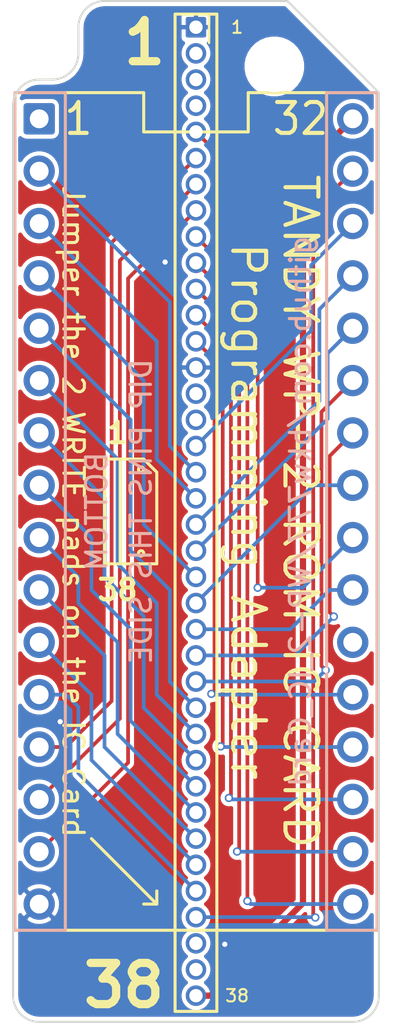
<source format=kicad_pcb>
(kicad_pcb (version 20171130) (host pcbnew 5.1.7-a382d34a8~87~ubuntu20.04.1)

  (general
    (thickness 1.6)
    (drawings 58)
    (tracks 132)
    (zones 0)
    (modules 3)
    (nets 31)
  )

  (page A4)
  (layers
    (0 F.Cu signal)
    (31 B.Cu signal)
    (32 B.Adhes user)
    (33 F.Adhes user)
    (34 B.Paste user)
    (35 F.Paste user)
    (36 B.SilkS user)
    (37 F.SilkS user)
    (38 B.Mask user)
    (39 F.Mask user)
    (40 Dwgs.User user hide)
    (41 Cmts.User user hide)
    (42 Eco1.User user hide)
    (43 Eco2.User user hide)
    (44 Edge.Cuts user)
    (45 Margin user hide)
    (46 B.CrtYd user hide)
    (47 F.CrtYd user hide)
    (48 B.Fab user hide)
    (49 F.Fab user hide)
  )

  (setup
    (last_trace_width 0.25)
    (user_trace_width 0.16)
    (user_trace_width 0.18)
    (user_trace_width 0.2032)
    (user_trace_width 0.3048)
    (trace_clearance 0.2)
    (zone_clearance 0.2)
    (zone_45_only no)
    (trace_min 0.16)
    (via_size 0.8)
    (via_drill 0.25)
    (via_min_size 0.4)
    (via_min_drill 0.25)
    (user_via 0.4064 0.254)
    (uvia_size 0.8)
    (uvia_drill 0.25)
    (uvias_allowed no)
    (uvia_min_size 0.4)
    (uvia_min_drill 0.25)
    (edge_width 0.1)
    (segment_width 0.2)
    (pcb_text_width 0.3)
    (pcb_text_size 1.5 1.5)
    (mod_edge_width 0.15)
    (mod_text_size 1 1)
    (mod_text_width 0.15)
    (pad_size 1.524 1.524)
    (pad_drill 0.762)
    (pad_to_mask_clearance 0)
    (aux_axis_origin 0 0)
    (grid_origin 152.4 101.6)
    (visible_elements FFFFFF7F)
    (pcbplotparams
      (layerselection 0x010fc_ffffffff)
      (usegerberextensions false)
      (usegerberattributes true)
      (usegerberadvancedattributes true)
      (creategerberjobfile true)
      (excludeedgelayer true)
      (linewidth 0.100000)
      (plotframeref false)
      (viasonmask false)
      (mode 1)
      (useauxorigin false)
      (hpglpennumber 1)
      (hpglpenspeed 20)
      (hpglpendiameter 15.000000)
      (psnegative false)
      (psa4output false)
      (plotreference true)
      (plotvalue true)
      (plotinvisibletext false)
      (padsonsilk false)
      (subtractmaskfromsilk false)
      (outputformat 1)
      (mirror false)
      (drillshape 0)
      (scaleselection 1)
      (outputdirectory "GERBER_WP-2_IC_CARD_v003_ROM_programming_adapter"))
  )

  (net 0 "")
  (net 1 GND)
  (net 2 /~OE)
  (net 3 /D0)
  (net 4 /D1)
  (net 5 /D2)
  (net 6 /D3)
  (net 7 /D4)
  (net 8 /D5)
  (net 9 /D6)
  (net 10 /D7)
  (net 11 /A17)
  (net 12 /A16)
  (net 13 /A15)
  (net 14 /A14)
  (net 15 /A13)
  (net 16 /A12)
  (net 17 /A11)
  (net 18 /A10)
  (net 19 /A9)
  (net 20 /A8)
  (net 21 /A7)
  (net 22 /A6)
  (net 23 /A5)
  (net 24 /A4)
  (net 25 /A3)
  (net 26 /A2)
  (net 27 /A1)
  (net 28 /A0)
  (net 29 /R~W)
  (net 30 /VDD)

  (net_class Default "This is the default net class."
    (clearance 0.2)
    (trace_width 0.25)
    (via_dia 0.8)
    (via_drill 0.25)
    (uvia_dia 0.8)
    (uvia_drill 0.25)
    (add_net /A0)
    (add_net /A1)
    (add_net /A10)
    (add_net /A11)
    (add_net /A12)
    (add_net /A13)
    (add_net /A14)
    (add_net /A15)
    (add_net /A16)
    (add_net /A17)
    (add_net /A2)
    (add_net /A3)
    (add_net /A4)
    (add_net /A5)
    (add_net /A6)
    (add_net /A7)
    (add_net /A8)
    (add_net /A9)
    (add_net /D0)
    (add_net /D1)
    (add_net /D2)
    (add_net /D3)
    (add_net /D4)
    (add_net /D5)
    (add_net /D6)
    (add_net /D7)
    (add_net /R~W)
    (add_net /VDD)
    (add_net /~OE)
    (add_net GND)
  )

  (module 0_LOCAL:Pin_Header_Straight_1x38_Pitch1.27mm (layer F.Cu) (tedit 5F988E0F) (tstamp 5F8D6560)
    (at 152.4 100.33)
    (descr "Through hole straight pin header, 1x38, 1.27mm pitch, single row")
    (tags "Through hole pin header THT 1x38 1.27mm single row")
    (path /5F6EF0A3)
    (fp_text reference J1 (at -2 0) (layer F.SilkS) hide
      (effects (font (size 1 1) (thickness 0.15)))
    )
    (fp_text value Conn_01x38_Male (at 0 48.685) (layer F.Fab)
      (effects (font (size 1 1) (thickness 0.15)))
    )
    (fp_line (start 0.635 -22.86) (end 0.635 -21.465) (layer F.SilkS) (width 0.12))
    (fp_line (start -0.635 -22.86) (end 0.635 -22.86) (layer F.SilkS) (width 0.12))
    (fp_text user %R (at 0 23.495 90) (layer F.Fab)
      (effects (font (size 1 1) (thickness 0.15)))
    )
    (pad 1 thru_hole roundrect (at 0 -22.225) (size 1 1) (drill 0.65) (layers *.Cu *.Mask) (roundrect_rratio 0.1)
      (net 1 GND))
    (pad 2 thru_hole oval (at 0 -20.955) (size 1 1) (drill 0.65) (layers *.Cu *.Mask))
    (pad 3 thru_hole oval (at 0 -19.685) (size 1 1) (drill 0.65) (layers *.Cu *.Mask))
    (pad 4 thru_hole oval (at 0 -18.415) (size 1 1) (drill 0.65) (layers *.Cu *.Mask))
    (pad 5 thru_hole oval (at 0 -17.145) (size 1 1) (drill 0.65) (layers *.Cu *.Mask)
      (net 2 /~OE))
    (pad 6 thru_hole oval (at 0 -15.875) (size 1 1) (drill 0.65) (layers *.Cu *.Mask)
      (net 3 /D0))
    (pad 7 thru_hole oval (at 0 -14.605) (size 1 1) (drill 0.65) (layers *.Cu *.Mask)
      (net 4 /D1))
    (pad 8 thru_hole oval (at 0 -13.335) (size 1 1) (drill 0.65) (layers *.Cu *.Mask)
      (net 5 /D2))
    (pad 9 thru_hole oval (at 0 -12.065) (size 1 1) (drill 0.65) (layers *.Cu *.Mask)
      (net 6 /D3))
    (pad 10 thru_hole oval (at 0 -10.795) (size 1 1) (drill 0.65) (layers *.Cu *.Mask)
      (net 7 /D4))
    (pad 11 thru_hole oval (at 0 -9.525) (size 1 1) (drill 0.65) (layers *.Cu *.Mask)
      (net 8 /D5))
    (pad 12 thru_hole oval (at 0 -8.255) (size 1 1) (drill 0.65) (layers *.Cu *.Mask)
      (net 9 /D6))
    (pad 13 thru_hole oval (at 0 -6.985) (size 1 1) (drill 0.65) (layers *.Cu *.Mask)
      (net 10 /D7))
    (pad 14 thru_hole oval (at 0 -5.715) (size 1 1) (drill 0.65) (layers *.Cu *.Mask)
      (net 1 GND))
    (pad 15 thru_hole oval (at 0 -4.445) (size 1 1) (drill 0.65) (layers *.Cu *.Mask))
    (pad 16 thru_hole oval (at 0 -3.175) (size 1 1) (drill 0.65) (layers *.Cu *.Mask))
    (pad 17 thru_hole oval (at 0 -1.905) (size 1 1) (drill 0.65) (layers *.Cu *.Mask)
      (net 11 /A17))
    (pad 18 thru_hole oval (at 0 -0.635) (size 1 1) (drill 0.65) (layers *.Cu *.Mask)
      (net 12 /A16))
    (pad 19 thru_hole oval (at 0 0.635) (size 1 1) (drill 0.65) (layers *.Cu *.Mask)
      (net 13 /A15))
    (pad 20 thru_hole oval (at 0 1.905) (size 1 1) (drill 0.65) (layers *.Cu *.Mask)
      (net 14 /A14))
    (pad 21 thru_hole oval (at 0 3.175) (size 1 1) (drill 0.65) (layers *.Cu *.Mask)
      (net 15 /A13))
    (pad 22 thru_hole oval (at 0 4.445) (size 1 1) (drill 0.65) (layers *.Cu *.Mask)
      (net 16 /A12))
    (pad 23 thru_hole oval (at 0 5.715) (size 1 1) (drill 0.65) (layers *.Cu *.Mask)
      (net 17 /A11))
    (pad 24 thru_hole oval (at 0 6.985) (size 1 1) (drill 0.65) (layers *.Cu *.Mask)
      (net 18 /A10))
    (pad 25 thru_hole oval (at 0 8.255) (size 1 1) (drill 0.65) (layers *.Cu *.Mask)
      (net 19 /A9))
    (pad 26 thru_hole oval (at 0 9.525) (size 1 1) (drill 0.65) (layers *.Cu *.Mask)
      (net 20 /A8))
    (pad 27 thru_hole oval (at 0 10.795) (size 1 1) (drill 0.65) (layers *.Cu *.Mask)
      (net 21 /A7))
    (pad 28 thru_hole oval (at 0 12.065) (size 1 1) (drill 0.65) (layers *.Cu *.Mask)
      (net 22 /A6))
    (pad 29 thru_hole oval (at 0 13.335) (size 1 1) (drill 0.65) (layers *.Cu *.Mask)
      (net 23 /A5))
    (pad 30 thru_hole oval (at 0 14.605) (size 1 1) (drill 0.65) (layers *.Cu *.Mask)
      (net 24 /A4))
    (pad 31 thru_hole oval (at 0 15.875) (size 1 1) (drill 0.65) (layers *.Cu *.Mask)
      (net 25 /A3))
    (pad 32 thru_hole oval (at 0 17.145) (size 1 1) (drill 0.65) (layers *.Cu *.Mask)
      (net 26 /A2))
    (pad 33 thru_hole oval (at 0 18.415) (size 1 1) (drill 0.65) (layers *.Cu *.Mask)
      (net 27 /A1))
    (pad 34 thru_hole oval (at 0 19.685) (size 1 1) (drill 0.65) (layers *.Cu *.Mask)
      (net 28 /A0))
    (pad 35 thru_hole oval (at 0 20.955) (size 1 1) (drill 0.65) (layers *.Cu *.Mask)
      (net 29 /R~W))
    (pad 36 thru_hole oval (at 0 22.225) (size 1 1) (drill 0.65) (layers *.Cu *.Mask))
    (pad 37 thru_hole oval (at 0 23.495) (size 1 1) (drill 0.65) (layers *.Cu *.Mask))
    (pad 38 thru_hole oval (at 0 24.765) (size 1 1) (drill 0.65) (layers *.Cu *.Mask)
      (net 30 /VDD))
    (model ${KIPRJMOD}/3d/PinHeader_1x38_P1.27mm_Vertical.step
      (offset (xyz 0 22.225 0))
      (scale (xyz 1 1 1))
      (rotate (xyz 0 0 0))
    )
    (model ${KIPRJMOD}/WP-2_IC_Card_v003_ROM_assembly.step_x
      (offset (xyz -1.13 -1.27 9.5))
      (scale (xyz 1 1 1))
      (rotate (xyz 0 -90 0))
    )
    (model ${KIPRJMOD}/WP-2_IC_Card_v003_ROM_KiCAD_export.step
      (offset (xyz -1.13 -1.27 9.5))
      (scale (xyz 1 1 1))
      (rotate (xyz 0 -90 0))
    )
  )

  (module MountingHole:MountingHole_2.5mm (layer F.Cu) (tedit 56D1B4CB) (tstamp 5F90776E)
    (at 156.21 80.01)
    (descr "Mounting Hole 2.5mm, no annular")
    (tags "mounting hole 2.5mm no annular")
    (attr virtual)
    (fp_text reference REF** (at 0 -3.5) (layer F.SilkS) hide
      (effects (font (size 1 1) (thickness 0.15)))
    )
    (fp_text value MountingHole_2.5mm (at 0 3.5) (layer F.Fab)
      (effects (font (size 1 1) (thickness 0.15)))
    )
    (fp_circle (center 0 0) (end 2.75 0) (layer F.CrtYd) (width 0.05))
    (fp_circle (center 0 0) (end 2.5 0) (layer Cmts.User) (width 0.15))
    (fp_text user %R (at 0.3 0) (layer F.Fab)
      (effects (font (size 1 1) (thickness 0.15)))
    )
    (pad 1 np_thru_hole circle (at 0 0) (size 2.5 2.5) (drill 2.5) (layers *.Cu *.Mask))
  )

  (module 0_LOCAL:2x16x600 (layer F.Cu) (tedit 5F8D2218) (tstamp 5F8D79D1)
    (at 152.4 101.6)
    (descr "32-lead dip package, row spacing 7.62 mm (300 mils)")
    (tags "DIL DIP PDIP 2.54mm 7.62mm 300mil")
    (path /5F97A8B8)
    (fp_text reference J2 (at -3.81 -19.05) (layer F.SilkS) hide
      (effects (font (size 1 1) (thickness 0.15)))
    )
    (fp_text value Conn_02x16_Counter_Clockwise (at 0 21.44) (layer F.Fab)
      (effects (font (size 1 1) (thickness 0.15)))
    )
    (fp_text user %R (at -3.81 0) (layer F.Fab)
      (effects (font (size 1 1) (thickness 0.15)))
    )
    (pad 1 thru_hole roundrect (at -7.62 -19.05) (size 1.524 1.524) (drill 0.9144) (layers *.Cu *.Mask) (roundrect_rratio 0.1))
    (pad 17 thru_hole circle (at 7.62 19.05) (size 1.524 1.524) (drill 0.9144) (layers *.Cu *.Mask)
      (net 6 /D3))
    (pad 2 thru_hole circle (at -7.62 -16.51) (size 1.524 1.524) (drill 0.9144) (layers *.Cu *.Mask)
      (net 12 /A16))
    (pad 18 thru_hole circle (at 7.62 16.51) (size 1.524 1.524) (drill 0.9144) (layers *.Cu *.Mask)
      (net 7 /D4))
    (pad 3 thru_hole circle (at -7.62 -13.97) (size 1.524 1.524) (drill 0.9144) (layers *.Cu *.Mask)
      (net 13 /A15))
    (pad 19 thru_hole circle (at 7.62 13.97) (size 1.524 1.524) (drill 0.9144) (layers *.Cu *.Mask)
      (net 8 /D5))
    (pad 4 thru_hole circle (at -7.62 -11.43) (size 1.524 1.524) (drill 0.9144) (layers *.Cu *.Mask)
      (net 16 /A12))
    (pad 20 thru_hole circle (at 7.62 11.43) (size 1.524 1.524) (drill 0.9144) (layers *.Cu *.Mask)
      (net 9 /D6))
    (pad 5 thru_hole circle (at -7.62 -8.89) (size 1.524 1.524) (drill 0.9144) (layers *.Cu *.Mask)
      (net 21 /A7))
    (pad 21 thru_hole circle (at 7.62 8.89) (size 1.524 1.524) (drill 0.9144) (layers *.Cu *.Mask)
      (net 10 /D7))
    (pad 6 thru_hole circle (at -7.62 -6.35) (size 1.524 1.524) (drill 0.9144) (layers *.Cu *.Mask)
      (net 22 /A6))
    (pad 22 thru_hole circle (at 7.62 6.35) (size 1.524 1.524) (drill 0.9144) (layers *.Cu *.Mask))
    (pad 7 thru_hole circle (at -7.62 -3.81) (size 1.524 1.524) (drill 0.9144) (layers *.Cu *.Mask)
      (net 23 /A5))
    (pad 23 thru_hole circle (at 7.62 3.81) (size 1.524 1.524) (drill 0.9144) (layers *.Cu *.Mask)
      (net 18 /A10))
    (pad 8 thru_hole circle (at -7.62 -1.27) (size 1.524 1.524) (drill 0.9144) (layers *.Cu *.Mask)
      (net 24 /A4))
    (pad 24 thru_hole circle (at 7.62 1.27) (size 1.524 1.524) (drill 0.9144) (layers *.Cu *.Mask)
      (net 2 /~OE))
    (pad 9 thru_hole circle (at -7.62 1.27) (size 1.524 1.524) (drill 0.9144) (layers *.Cu *.Mask)
      (net 25 /A3))
    (pad 25 thru_hole circle (at 7.62 -1.27) (size 1.524 1.524) (drill 0.9144) (layers *.Cu *.Mask)
      (net 17 /A11))
    (pad 10 thru_hole circle (at -7.62 3.81) (size 1.524 1.524) (drill 0.9144) (layers *.Cu *.Mask)
      (net 26 /A2))
    (pad 26 thru_hole circle (at 7.62 -3.81) (size 1.524 1.524) (drill 0.9144) (layers *.Cu *.Mask)
      (net 19 /A9))
    (pad 11 thru_hole circle (at -7.62 6.35) (size 1.524 1.524) (drill 0.9144) (layers *.Cu *.Mask)
      (net 27 /A1))
    (pad 27 thru_hole circle (at 7.62 -6.35) (size 1.524 1.524) (drill 0.9144) (layers *.Cu *.Mask)
      (net 20 /A8))
    (pad 12 thru_hole circle (at -7.62 8.89) (size 1.524 1.524) (drill 0.9144) (layers *.Cu *.Mask)
      (net 28 /A0))
    (pad 28 thru_hole circle (at 7.62 -8.89) (size 1.524 1.524) (drill 0.9144) (layers *.Cu *.Mask)
      (net 15 /A13))
    (pad 13 thru_hole circle (at -7.62 11.43) (size 1.524 1.524) (drill 0.9144) (layers *.Cu *.Mask)
      (net 3 /D0))
    (pad 29 thru_hole circle (at 7.62 -11.43) (size 1.524 1.524) (drill 0.9144) (layers *.Cu *.Mask)
      (net 14 /A14))
    (pad 14 thru_hole circle (at -7.62 13.97) (size 1.524 1.524) (drill 0.9144) (layers *.Cu *.Mask)
      (net 4 /D1))
    (pad 30 thru_hole circle (at 7.62 -13.97) (size 1.524 1.524) (drill 0.9144) (layers *.Cu *.Mask)
      (net 11 /A17))
    (pad 15 thru_hole circle (at -7.62 16.51) (size 1.524 1.524) (drill 0.9144) (layers *.Cu *.Mask)
      (net 5 /D2))
    (pad 31 thru_hole circle (at 7.62 -16.51) (size 1.524 1.524) (drill 0.9144) (layers *.Cu *.Mask)
      (net 29 /R~W))
    (pad 16 thru_hole circle (at -7.62 19.05) (size 1.524 1.524) (drill 0.9144) (layers *.Cu *.Mask)
      (net 1 GND))
    (pad 32 thru_hole circle (at 7.62 -19.05) (size 1.524 1.524) (drill 0.9144) (layers *.Cu *.Mask)
      (net 30 /VDD))
    (model ${KIPRJMOD}/3d/PinHeader_1x16_P2.54mm_Vertical.step
      (offset (xyz 7.62 19.05 -1.7272))
      (scale (xyz 1 1 1))
      (rotate (xyz 0 180 0))
    )
    (model ${KIPRJMOD}/3d/PinHeader_1x16_P2.54mm_Vertical.step
      (offset (xyz -7.62 19.05 -1.7272))
      (scale (xyz 1 1 1))
      (rotate (xyz 0 -180 0))
    )
  )

  (gr_line (start 161.29 81.28) (end 156.845 76.835) (layer Edge.Cuts) (width 0.1))
  (gr_text 38 (at 154.4 125.1) (layer F.SilkS) (tstamp 5F9009F5)
    (effects (font (size 0.6 0.6) (thickness 0.1)))
  )
  (gr_text 1 (at 154.4 78.105) (layer F.SilkS) (tstamp 5F9009F2)
    (effects (font (size 0.6 0.6) (thickness 0.1)))
  )
  (gr_text BOTTOM (at 147.574 101.6 90) (layer B.SilkS) (tstamp 5F8D78C7)
    (effects (font (size 1 1) (thickness 0.15)) (justify mirror))
  )
  (gr_line (start 151.384 77.47) (end 153.416 77.47) (layer F.SilkS) (width 0.15))
  (gr_line (start 151.384 125.857) (end 151.384 77.47) (layer F.SilkS) (width 0.15))
  (gr_line (start 153.416 125.857) (end 151.384 125.857) (layer F.SilkS) (width 0.15))
  (gr_line (start 153.416 77.47) (end 153.416 125.857) (layer F.SilkS) (width 0.15))
  (gr_text 32 (at 157.48 82.55) (layer F.SilkS) (tstamp 5F8D5FA6)
    (effects (font (size 1.5 1.4) (thickness 0.2)))
  )
  (gr_line (start 150.495 120.65) (end 149.86 120.65) (layer F.SilkS) (width 0.15))
  (gr_line (start 150.495 120.015) (end 150.495 120.65) (layer F.SilkS) (width 0.15) (tstamp 5F8D55FB))
  (gr_line (start 150.495 120.65) (end 150.495 120.015) (layer F.SilkS) (width 0.15))
  (gr_line (start 161.2 121.92) (end 161.2 81.28) (layer F.SilkS) (width 0.15))
  (gr_line (start 143.6 121.92) (end 161.2 121.92) (layer F.SilkS) (width 0.15))
  (gr_line (start 143.6 81.28) (end 143.6 121.92) (layer F.SilkS) (width 0.15) (tstamp 5F98B4D4))
  (gr_line (start 154.94 83.185) (end 154.94 81.28) (layer F.SilkS) (width 0.15) (tstamp 5F8D513D))
  (gr_line (start 149.86 83.185) (end 154.94 83.185) (layer F.SilkS) (width 0.15))
  (gr_line (start 149.86 81.28) (end 149.86 83.185) (layer F.SilkS) (width 0.15))
  (gr_line (start 154.94 81.28) (end 161.2 81.28) (layer F.SilkS) (width 0.15) (tstamp 5F8D513B))
  (gr_line (start 143.6 81.28) (end 149.86 81.28) (layer F.SilkS) (width 0.15))
  (gr_text 1 (at 146.685 82.55) (layer F.SilkS)
    (effects (font (size 1.5 1.4) (thickness 0.2)))
  )
  (gr_text github.com/bkw777/WP-2_IC_Card (at 157.48 101.6 90) (layer B.SilkS)
    (effects (font (size 1 1) (thickness 0.15)) (justify mirror))
  )
  (gr_text "TANDY WP-2 ROM IC CARD" (at 157.48 101.6 -90) (layer F.SilkS) (tstamp 5F8DA936)
    (effects (font (size 1.6 1.6) (thickness 0.2)))
  )
  (gr_line (start 147.32 117.475) (end 150.495 120.65) (layer F.SilkS) (width 0.15))
  (gr_text "Jumper the 2 WRITE pads on the IC Card" (at 146.431 101.6 -90) (layer F.SilkS)
    (effects (font (size 1 1) (thickness 0.15)))
  )
  (gr_text 38 (at 148.59 105.41) (layer F.SilkS) (tstamp 5F8D87D3)
    (effects (font (size 1 1) (thickness 0.2)))
  )
  (gr_text 1 (at 148.59 97.79) (layer F.SilkS) (tstamp 5F8D87D0)
    (effects (font (size 1 1) (thickness 0.2)))
  )
  (gr_text 38 (at 148.9 124.6) (layer F.SilkS)
    (effects (font (size 2 2) (thickness 0.4)))
  )
  (gr_text 1 (at 149.9 78.85) (layer F.SilkS)
    (effects (font (size 2 2) (thickness 0.4)))
  )
  (gr_circle (center 149.733 103.632) (end 149.733 103.759) (layer F.SilkS) (width 0.15) (tstamp 5F8D868E))
  (gr_circle (center 149.733 99.568) (end 149.733 99.695) (layer F.SilkS) (width 0.15))
  (gr_line (start 148.717 104.14) (end 148.717 99.06) (layer F.SilkS) (width 0.15))
  (gr_line (start 149.86 99.06) (end 147.955 99.06) (layer F.SilkS) (width 0.15))
  (gr_line (start 150.495 99.695) (end 149.86 99.06) (layer F.SilkS) (width 0.15))
  (gr_line (start 150.495 104.14) (end 150.495 99.695) (layer F.SilkS) (width 0.15))
  (gr_line (start 147.955 104.14) (end 150.495 104.14) (layer F.SilkS) (width 0.15))
  (gr_line (start 147.955 99.06) (end 147.955 104.14) (layer F.SilkS) (width 0.15))
  (gr_text "Programming Adapter" (at 154.94 101.6 -90) (layer F.SilkS)
    (effects (font (size 1.6 1.6) (thickness 0.2)))
  )
  (gr_text "DIP PINS THIS SIDE" (at 149.733 101.6 90) (layer B.SilkS)
    (effects (font (size 1 1) (thickness 0.15)) (justify mirror))
  )
  (gr_line (start 158.75 81.28) (end 161.2 81.28) (layer B.SilkS) (width 0.15) (tstamp 5F8D854A))
  (gr_line (start 158.75 121.92) (end 158.75 81.28) (layer B.SilkS) (width 0.15))
  (gr_line (start 161.2 121.92) (end 158.75 121.92) (layer B.SilkS) (width 0.15))
  (gr_line (start 161.2 81.28) (end 161.2 121.92) (layer B.SilkS) (width 0.15))
  (gr_line (start 143.6 81.28) (end 146.05 81.28) (layer B.SilkS) (width 0.15) (tstamp 5F8D8547))
  (gr_line (start 143.6 121.92) (end 143.6 81.28) (layer B.SilkS) (width 0.15))
  (gr_line (start 146.05 121.92) (end 143.6 121.92) (layer B.SilkS) (width 0.15))
  (gr_line (start 146.05 81.28) (end 146.05 121.92) (layer B.SilkS) (width 0.15))
  (gr_arc (start 160.02 125.095) (end 160.02 126.365) (angle -90) (layer Edge.Cuts) (width 0.1) (tstamp 5F8D7E8F))
  (gr_arc (start 144.78 125.095) (end 143.51 125.095) (angle -90) (layer Edge.Cuts) (width 0.1) (tstamp 5F8D7E82))
  (gr_arc (start 147.955 78.105) (end 147.955 76.835) (angle -90) (layer Edge.Cuts) (width 0.1) (tstamp 5F8D7E5A))
  (gr_arc (start 145.415 79.375) (end 145.415 80.645) (angle -90) (layer Edge.Cuts) (width 0.1) (tstamp 5F8D7E4F))
  (gr_arc (start 144.78 81.915) (end 144.78 80.645) (angle -90) (layer Edge.Cuts) (width 0.1))
  (gr_line (start 146.685 79.375) (end 146.685 78.105) (layer Edge.Cuts) (width 0.1))
  (gr_line (start 144.78 80.645) (end 145.415 80.645) (layer Edge.Cuts) (width 0.1))
  (gr_line (start 156.845 76.835) (end 147.955 76.835) (layer Edge.Cuts) (width 0.1) (tstamp 5F8D7AE1))
  (gr_line (start 161.29 125.095) (end 161.29 81.28) (layer Edge.Cuts) (width 0.1))
  (gr_line (start 144.78 126.365) (end 160.02 126.365) (layer Edge.Cuts) (width 0.1))
  (gr_line (start 143.51 81.915) (end 143.51 125.095) (layer Edge.Cuts) (width 0.1))

  (via (at 150.9 89.5) (size 0.4064) (drill 0.254) (layers F.Cu B.Cu) (net 1))
  (via (at 145.8 111.8) (size 0.4064) (drill 0.254) (layers F.Cu B.Cu) (net 1))
  (via (at 153.8 122.6) (size 0.4064) (drill 0.254) (layers F.Cu B.Cu) (net 1))
  (segment (start 157.59 105.3) (end 160.02 102.87) (width 0.18) (layer B.Cu) (net 2))
  (segment (start 155.4 105.3) (end 157.59 105.3) (width 0.18) (layer B.Cu) (net 2))
  (via (at 155.4 105.3) (size 0.4064) (drill 0.254) (layers F.Cu B.Cu) (net 2))
  (segment (start 155.4 86.185) (end 152.4 83.185) (width 0.18) (layer F.Cu) (net 2))
  (segment (start 155.4 105.3) (end 155.4 86.185) (width 0.18) (layer F.Cu) (net 2))
  (segment (start 148.3 88.555) (end 152.4 84.455) (width 0.18) (layer F.Cu) (net 3))
  (segment (start 148.3 110.8) (end 148.3 88.555) (width 0.18) (layer F.Cu) (net 3))
  (segment (start 146.07 113.03) (end 148.3 110.8) (width 0.18) (layer F.Cu) (net 3))
  (segment (start 144.78 113.03) (end 146.07 113.03) (width 0.18) (layer F.Cu) (net 3))
  (segment (start 148.7 89.425) (end 152.4 85.725) (width 0.18) (layer F.Cu) (net 4))
  (segment (start 148.7 111.65) (end 148.7 89.425) (width 0.18) (layer F.Cu) (net 4))
  (segment (start 144.78 115.57) (end 148.7 111.65) (width 0.18) (layer F.Cu) (net 4))
  (segment (start 149.1 90.295) (end 152.4 86.995) (width 0.18) (layer F.Cu) (net 5))
  (segment (start 149.1 113.79) (end 149.1 90.295) (width 0.18) (layer F.Cu) (net 5))
  (segment (start 144.78 118.11) (end 149.1 113.79) (width 0.18) (layer F.Cu) (net 5))
  (segment (start 154.9 90.765) (end 152.4 88.265) (width 0.18) (layer F.Cu) (net 6))
  (segment (start 154.9 120.5) (end 154.9 90.765) (width 0.18) (layer F.Cu) (net 6))
  (segment (start 155.05 120.65) (end 160.02 120.65) (width 0.18) (layer B.Cu) (net 6))
  (segment (start 154.9 120.5) (end 155.05 120.65) (width 0.18) (layer B.Cu) (net 6))
  (via (at 154.9 120.5) (size 0.4064) (drill 0.254) (layers F.Cu B.Cu) (net 6))
  (segment (start 154.5 91.635) (end 152.4 89.535) (width 0.18) (layer F.Cu) (net 7))
  (segment (start 154.5 118) (end 154.5 91.635) (width 0.18) (layer F.Cu) (net 7))
  (segment (start 154.4 118.1) (end 154.5 118) (width 0.18) (layer F.Cu) (net 7))
  (segment (start 154.41 118.11) (end 160.02 118.11) (width 0.18) (layer B.Cu) (net 7))
  (segment (start 154.4 118.1) (end 154.41 118.11) (width 0.18) (layer B.Cu) (net 7))
  (via (at 154.4 118.1) (size 0.4064) (drill 0.254) (layers F.Cu B.Cu) (net 7))
  (segment (start 154.1 92.505) (end 152.4 90.805) (width 0.18) (layer F.Cu) (net 8))
  (segment (start 154.1 115.4) (end 154.1 92.505) (width 0.18) (layer F.Cu) (net 8))
  (segment (start 154 115.5) (end 154.1 115.4) (width 0.18) (layer F.Cu) (net 8))
  (segment (start 154.07 115.57) (end 160.02 115.57) (width 0.18) (layer B.Cu) (net 8))
  (segment (start 154 115.5) (end 154.07 115.57) (width 0.18) (layer B.Cu) (net 8))
  (via (at 154 115.5) (size 0.4064) (drill 0.254) (layers F.Cu B.Cu) (net 8))
  (segment (start 153.6 113) (end 153.63 113.03) (width 0.18) (layer B.Cu) (net 9))
  (segment (start 153.63 113.03) (end 160.02 113.03) (width 0.18) (layer B.Cu) (net 9))
  (segment (start 153.7 93.375) (end 152.4 92.075) (width 0.18) (layer F.Cu) (net 9))
  (segment (start 153.7 112.9) (end 153.7 93.375) (width 0.18) (layer F.Cu) (net 9))
  (segment (start 153.6 113) (end 153.7 112.9) (width 0.18) (layer F.Cu) (net 9))
  (via (at 153.6 113) (size 0.4064) (drill 0.254) (layers F.Cu B.Cu) (net 9))
  (segment (start 153.3 94.245) (end 152.4 93.345) (width 0.18) (layer F.Cu) (net 10))
  (segment (start 153.19 110.49) (end 160.02 110.49) (width 0.18) (layer B.Cu) (net 10))
  (segment (start 153.15 110.45) (end 153.19 110.49) (width 0.18) (layer B.Cu) (net 10))
  (segment (start 153.3 110.3) (end 153.3 94.245) (width 0.18) (layer F.Cu) (net 10))
  (segment (start 153.15 110.45) (end 153.3 110.3) (width 0.18) (layer F.Cu) (net 10))
  (via (at 153.15 110.45) (size 0.4064) (drill 0.254) (layers F.Cu B.Cu) (net 10))
  (segment (start 159.97 87.63) (end 160.02 87.63) (width 0.2032) (layer B.Cu) (net 11))
  (segment (start 159.94 87.6) (end 159.97 87.63) (width 0.2032) (layer B.Cu) (net 11))
  (segment (start 158 89.65) (end 160.02 87.63) (width 0.18) (layer B.Cu) (net 11))
  (segment (start 158 92.825) (end 158 89.65) (width 0.18) (layer B.Cu) (net 11))
  (segment (start 152.4 98.425) (end 158 92.825) (width 0.18) (layer B.Cu) (net 11))
  (segment (start 151.13 98.425) (end 152.4 99.695) (width 0.18) (layer B.Cu) (net 12))
  (segment (start 151.13 91.44) (end 151.13 98.425) (width 0.18) (layer B.Cu) (net 12))
  (segment (start 144.78 85.09) (end 151.13 91.44) (width 0.18) (layer B.Cu) (net 12))
  (segment (start 150.495 99.06) (end 152.4 100.965) (width 0.18) (layer B.Cu) (net 13))
  (segment (start 150.495 93.345) (end 150.495 99.06) (width 0.18) (layer B.Cu) (net 13))
  (segment (start 144.78 87.63) (end 150.495 93.345) (width 0.18) (layer B.Cu) (net 13))
  (segment (start 158.4 91.79) (end 160.02 90.17) (width 0.18) (layer B.Cu) (net 14))
  (segment (start 158.4 96.235) (end 158.4 91.79) (width 0.18) (layer B.Cu) (net 14))
  (segment (start 152.4 102.235) (end 158.4 96.235) (width 0.18) (layer B.Cu) (net 14))
  (segment (start 158.8 97.105) (end 152.4 103.505) (width 0.18) (layer B.Cu) (net 15))
  (segment (start 158.8 93.93) (end 158.8 97.105) (width 0.18) (layer B.Cu) (net 15))
  (segment (start 160.02 92.71) (end 158.8 93.93) (width 0.18) (layer B.Cu) (net 15))
  (segment (start 149.86 102.235) (end 152.4 104.775) (width 0.18) (layer B.Cu) (net 16))
  (segment (start 149.86 95.25) (end 149.86 102.235) (width 0.18) (layer B.Cu) (net 16))
  (segment (start 144.78 90.17) (end 149.86 95.25) (width 0.18) (layer B.Cu) (net 16))
  (segment (start 159.4 100.35) (end 160 100.35) (width 0.25) (layer B.Cu) (net 17))
  (segment (start 160 100.35) (end 160.02 100.33) (width 0.25) (layer B.Cu) (net 17))
  (segment (start 158.115 100.33) (end 152.4 106.045) (width 0.18) (layer B.Cu) (net 17))
  (segment (start 160.02 100.33) (end 158.115 100.33) (width 0.18) (layer B.Cu) (net 17))
  (segment (start 158.89 105.41) (end 160.02 105.41) (width 0.18) (layer B.Cu) (net 18))
  (segment (start 156.985 107.315) (end 158.89 105.41) (width 0.18) (layer B.Cu) (net 18))
  (segment (start 152.4 107.315) (end 156.985 107.315) (width 0.18) (layer B.Cu) (net 18))
  (segment (start 157.215 108.585) (end 152.4 108.585) (width 0.18) (layer B.Cu) (net 19))
  (segment (start 159.1 106.7) (end 157.215 108.585) (width 0.18) (layer B.Cu) (net 19))
  (segment (start 158.9 98.91) (end 160.02 97.79) (width 0.18) (layer F.Cu) (net 19))
  (segment (start 158.9 106.5) (end 158.9 98.91) (width 0.18) (layer F.Cu) (net 19))
  (segment (start 159.1 106.7) (end 158.9 106.5) (width 0.18) (layer F.Cu) (net 19))
  (via (at 159.1 106.7) (size 0.4064) (drill 0.254) (layers F.Cu B.Cu) (net 19))
  (segment (start 152.405 109.85) (end 152.4 109.855) (width 0.2032) (layer B.Cu) (net 20))
  (segment (start 158.5 96.77) (end 160.02 95.25) (width 0.18) (layer F.Cu) (net 20))
  (segment (start 158.5 109.1) (end 158.5 96.77) (width 0.18) (layer F.Cu) (net 20))
  (segment (start 158.7 109.3) (end 158.5 109.1) (width 0.18) (layer F.Cu) (net 20))
  (segment (start 158.15 109.85) (end 152.405 109.85) (width 0.18) (layer B.Cu) (net 20))
  (segment (start 158.7 109.3) (end 158.15 109.85) (width 0.18) (layer B.Cu) (net 20))
  (via (at 158.7 109.3) (size 0.4064) (drill 0.254) (layers F.Cu B.Cu) (net 20))
  (segment (start 151.13 109.855) (end 152.4 111.125) (width 0.18) (layer B.Cu) (net 21))
  (segment (start 151.13 105.41) (end 151.13 109.855) (width 0.18) (layer B.Cu) (net 21))
  (segment (start 149.225 103.505) (end 151.13 105.41) (width 0.18) (layer B.Cu) (net 21))
  (segment (start 149.225 97.155) (end 149.225 103.505) (width 0.18) (layer B.Cu) (net 21))
  (segment (start 144.78 92.71) (end 149.225 97.155) (width 0.18) (layer B.Cu) (net 21))
  (segment (start 150.495 110.49) (end 152.4 112.395) (width 0.18) (layer B.Cu) (net 22))
  (segment (start 150.495 106.045) (end 150.495 110.49) (width 0.18) (layer B.Cu) (net 22))
  (segment (start 148.59 104.14) (end 150.495 106.045) (width 0.18) (layer B.Cu) (net 22))
  (segment (start 148.59 99.06) (end 148.59 104.14) (width 0.18) (layer B.Cu) (net 22))
  (segment (start 144.78 95.25) (end 148.59 99.06) (width 0.18) (layer B.Cu) (net 22))
  (segment (start 149.86 106.68) (end 149.86 111.125) (width 0.18) (layer B.Cu) (net 23))
  (segment (start 149.86 111.125) (end 152.4 113.665) (width 0.18) (layer B.Cu) (net 23))
  (segment (start 147.955 104.775) (end 149.86 106.68) (width 0.18) (layer B.Cu) (net 23))
  (segment (start 147.955 100.965) (end 147.955 104.775) (width 0.18) (layer B.Cu) (net 23))
  (segment (start 144.78 97.79) (end 147.955 100.965) (width 0.18) (layer B.Cu) (net 23))
  (segment (start 149.225 111.76) (end 152.4 114.935) (width 0.18) (layer B.Cu) (net 24))
  (segment (start 149.225 107.315) (end 149.225 111.76) (width 0.18) (layer B.Cu) (net 24))
  (segment (start 147.32 105.41) (end 149.225 107.315) (width 0.18) (layer B.Cu) (net 24))
  (segment (start 147.32 102.87) (end 147.32 105.41) (width 0.18) (layer B.Cu) (net 24))
  (segment (start 144.78 100.33) (end 147.32 102.87) (width 0.18) (layer B.Cu) (net 24))
  (segment (start 148.59 107.95) (end 148.59 112.395) (width 0.18) (layer B.Cu) (net 25))
  (segment (start 146.685 106.045) (end 148.59 107.95) (width 0.18) (layer B.Cu) (net 25))
  (segment (start 146.685 104.775) (end 146.685 106.045) (width 0.18) (layer B.Cu) (net 25))
  (segment (start 148.59 112.395) (end 152.4 116.205) (width 0.18) (layer B.Cu) (net 25))
  (segment (start 144.78 102.87) (end 146.685 104.775) (width 0.18) (layer B.Cu) (net 25))
  (segment (start 147.955 113.03) (end 152.4 117.475) (width 0.18) (layer B.Cu) (net 26))
  (segment (start 147.955 108.585) (end 147.955 113.03) (width 0.18) (layer B.Cu) (net 26))
  (segment (start 144.78 105.41) (end 147.955 108.585) (width 0.18) (layer B.Cu) (net 26))
  (segment (start 147.32 113.665) (end 152.4 118.745) (width 0.18) (layer B.Cu) (net 27))
  (segment (start 147.32 110.49) (end 147.32 113.665) (width 0.18) (layer B.Cu) (net 27))
  (segment (start 144.78 107.95) (end 147.32 110.49) (width 0.18) (layer B.Cu) (net 27))
  (segment (start 146.685 114.3) (end 152.4 120.015) (width 0.18) (layer B.Cu) (net 28))
  (segment (start 146.685 111.085) (end 146.685 114.3) (width 0.18) (layer B.Cu) (net 28))
  (segment (start 146.09 110.49) (end 146.685 111.085) (width 0.18) (layer B.Cu) (net 28))
  (segment (start 144.78 110.49) (end 146.09 110.49) (width 0.18) (layer B.Cu) (net 28))
  (segment (start 158.1 87.01) (end 160.02 85.09) (width 0.18) (layer F.Cu) (net 29))
  (segment (start 158.1 121.2) (end 158.1 87.01) (width 0.18) (layer F.Cu) (net 29))
  (segment (start 158.2 121.3) (end 158.1 121.2) (width 0.18) (layer F.Cu) (net 29))
  (segment (start 158.185 121.285) (end 152.4 121.285) (width 0.18) (layer B.Cu) (net 29))
  (segment (start 158.2 121.3) (end 158.185 121.285) (width 0.18) (layer B.Cu) (net 29))
  (via (at 158.2 121.3) (size 0.4064) (drill 0.254) (layers F.Cu B.Cu) (net 29))
  (segment (start 153.105 125.095) (end 152.4 125.095) (width 0.3048) (layer F.Cu) (net 30))
  (segment (start 157.6 120.6) (end 153.105 125.095) (width 0.3048) (layer F.Cu) (net 30))
  (segment (start 157.6 84.97) (end 157.6 120.6) (width 0.3048) (layer F.Cu) (net 30))
  (segment (start 160.02 82.55) (end 157.6 84.97) (width 0.3048) (layer F.Cu) (net 30))

  (zone (net 1) (net_name GND) (layer F.Cu) (tstamp 5F8D6568) (hatch edge 0.508)
    (connect_pads (clearance 0.2))
    (min_thickness 0.2)
    (fill yes (arc_segments 32) (thermal_gap 0.2) (thermal_bridge_width 0.21) (smoothing fillet) (radius 0.2))
    (polygon
      (pts
        (xy 162.56 126.365) (xy 142.875 126.365) (xy 142.875 76.835) (xy 162.56 76.835)
      )
    )
    (filled_polygon
      (pts
        (xy 151.630743 88.498351) (xy 151.691049 88.643942) (xy 151.778599 88.77497) (xy 151.89003 88.886401) (xy 151.910382 88.9)
        (xy 151.89003 88.913599) (xy 151.778599 89.02503) (xy 151.691049 89.156058) (xy 151.630743 89.301649) (xy 151.6 89.456207)
        (xy 151.6 89.613793) (xy 151.630743 89.768351) (xy 151.691049 89.913942) (xy 151.778599 90.04497) (xy 151.89003 90.156401)
        (xy 151.910382 90.17) (xy 151.89003 90.183599) (xy 151.778599 90.29503) (xy 151.691049 90.426058) (xy 151.630743 90.571649)
        (xy 151.6 90.726207) (xy 151.6 90.883793) (xy 151.630743 91.038351) (xy 151.691049 91.183942) (xy 151.778599 91.31497)
        (xy 151.89003 91.426401) (xy 151.910382 91.44) (xy 151.89003 91.453599) (xy 151.778599 91.56503) (xy 151.691049 91.696058)
        (xy 151.630743 91.841649) (xy 151.6 91.996207) (xy 151.6 92.153793) (xy 151.630743 92.308351) (xy 151.691049 92.453942)
        (xy 151.778599 92.58497) (xy 151.89003 92.696401) (xy 151.910382 92.71) (xy 151.89003 92.723599) (xy 151.778599 92.83503)
        (xy 151.691049 92.966058) (xy 151.630743 93.111649) (xy 151.6 93.266207) (xy 151.6 93.423793) (xy 151.630743 93.578351)
        (xy 151.691049 93.723942) (xy 151.778599 93.85497) (xy 151.89003 93.966401) (xy 151.915379 93.983339) (xy 151.853297 94.030947)
        (xy 151.749859 94.148826) (xy 151.671405 94.28462) (xy 151.620951 94.43311) (xy 151.610647 94.484916) (xy 151.675017 94.61)
        (xy 152.395 94.61) (xy 152.395 94.59) (xy 152.405 94.59) (xy 152.405 94.61) (xy 152.425 94.61)
        (xy 152.425 94.62) (xy 152.405 94.62) (xy 152.405 94.64) (xy 152.395 94.64) (xy 152.395 94.62)
        (xy 151.675017 94.62) (xy 151.610647 94.745084) (xy 151.620951 94.79689) (xy 151.671405 94.94538) (xy 151.749859 95.081174)
        (xy 151.853297 95.199053) (xy 151.915379 95.246661) (xy 151.89003 95.263599) (xy 151.778599 95.37503) (xy 151.691049 95.506058)
        (xy 151.630743 95.651649) (xy 151.6 95.806207) (xy 151.6 95.963793) (xy 151.630743 96.118351) (xy 151.691049 96.263942)
        (xy 151.778599 96.39497) (xy 151.89003 96.506401) (xy 151.910382 96.52) (xy 151.89003 96.533599) (xy 151.778599 96.64503)
        (xy 151.691049 96.776058) (xy 151.630743 96.921649) (xy 151.6 97.076207) (xy 151.6 97.233793) (xy 151.630743 97.388351)
        (xy 151.691049 97.533942) (xy 151.778599 97.66497) (xy 151.89003 97.776401) (xy 151.910382 97.79) (xy 151.89003 97.803599)
        (xy 151.778599 97.91503) (xy 151.691049 98.046058) (xy 151.630743 98.191649) (xy 151.6 98.346207) (xy 151.6 98.503793)
        (xy 151.630743 98.658351) (xy 151.691049 98.803942) (xy 151.778599 98.93497) (xy 151.89003 99.046401) (xy 151.910382 99.06)
        (xy 151.89003 99.073599) (xy 151.778599 99.18503) (xy 151.691049 99.316058) (xy 151.630743 99.461649) (xy 151.6 99.616207)
        (xy 151.6 99.773793) (xy 151.630743 99.928351) (xy 151.691049 100.073942) (xy 151.778599 100.20497) (xy 151.89003 100.316401)
        (xy 151.910382 100.33) (xy 151.89003 100.343599) (xy 151.778599 100.45503) (xy 151.691049 100.586058) (xy 151.630743 100.731649)
        (xy 151.6 100.886207) (xy 151.6 101.043793) (xy 151.630743 101.198351) (xy 151.691049 101.343942) (xy 151.778599 101.47497)
        (xy 151.89003 101.586401) (xy 151.910382 101.6) (xy 151.89003 101.613599) (xy 151.778599 101.72503) (xy 151.691049 101.856058)
        (xy 151.630743 102.001649) (xy 151.6 102.156207) (xy 151.6 102.313793) (xy 151.630743 102.468351) (xy 151.691049 102.613942)
        (xy 151.778599 102.74497) (xy 151.89003 102.856401) (xy 151.910382 102.87) (xy 151.89003 102.883599) (xy 151.778599 102.99503)
        (xy 151.691049 103.126058) (xy 151.630743 103.271649) (xy 151.6 103.426207) (xy 151.6 103.583793) (xy 151.630743 103.738351)
        (xy 151.691049 103.883942) (xy 151.778599 104.01497) (xy 151.89003 104.126401) (xy 151.910382 104.14) (xy 151.89003 104.153599)
        (xy 151.778599 104.26503) (xy 151.691049 104.396058) (xy 151.630743 104.541649) (xy 151.6 104.696207) (xy 151.6 104.853793)
        (xy 151.630743 105.008351) (xy 151.691049 105.153942) (xy 151.778599 105.28497) (xy 151.89003 105.396401) (xy 151.910382 105.41)
        (xy 151.89003 105.423599) (xy 151.778599 105.53503) (xy 151.691049 105.666058) (xy 151.630743 105.811649) (xy 151.6 105.966207)
        (xy 151.6 106.123793) (xy 151.630743 106.278351) (xy 151.691049 106.423942) (xy 151.778599 106.55497) (xy 151.89003 106.666401)
        (xy 151.910382 106.68) (xy 151.89003 106.693599) (xy 151.778599 106.80503) (xy 151.691049 106.936058) (xy 151.630743 107.081649)
        (xy 151.6 107.236207) (xy 151.6 107.393793) (xy 151.630743 107.548351) (xy 151.691049 107.693942) (xy 151.778599 107.82497)
        (xy 151.89003 107.936401) (xy 151.910382 107.95) (xy 151.89003 107.963599) (xy 151.778599 108.07503) (xy 151.691049 108.206058)
        (xy 151.630743 108.351649) (xy 151.6 108.506207) (xy 151.6 108.663793) (xy 151.630743 108.818351) (xy 151.691049 108.963942)
        (xy 151.778599 109.09497) (xy 151.89003 109.206401) (xy 151.910382 109.22) (xy 151.89003 109.233599) (xy 151.778599 109.34503)
        (xy 151.691049 109.476058) (xy 151.630743 109.621649) (xy 151.6 109.776207) (xy 151.6 109.933793) (xy 151.630743 110.088351)
        (xy 151.691049 110.233942) (xy 151.778599 110.36497) (xy 151.89003 110.476401) (xy 151.910382 110.49) (xy 151.89003 110.503599)
        (xy 151.778599 110.61503) (xy 151.691049 110.746058) (xy 151.630743 110.891649) (xy 151.6 111.046207) (xy 151.6 111.203793)
        (xy 151.630743 111.358351) (xy 151.691049 111.503942) (xy 151.778599 111.63497) (xy 151.89003 111.746401) (xy 151.910382 111.76)
        (xy 151.89003 111.773599) (xy 151.778599 111.88503) (xy 151.691049 112.016058) (xy 151.630743 112.161649) (xy 151.6 112.316207)
        (xy 151.6 112.473793) (xy 151.630743 112.628351) (xy 151.691049 112.773942) (xy 151.778599 112.90497) (xy 151.89003 113.016401)
        (xy 151.910382 113.03) (xy 151.89003 113.043599) (xy 151.778599 113.15503) (xy 151.691049 113.286058) (xy 151.630743 113.431649)
        (xy 151.6 113.586207) (xy 151.6 113.743793) (xy 151.630743 113.898351) (xy 151.691049 114.043942) (xy 151.778599 114.17497)
        (xy 151.89003 114.286401) (xy 151.910382 114.3) (xy 151.89003 114.313599) (xy 151.778599 114.42503) (xy 151.691049 114.556058)
        (xy 151.630743 114.701649) (xy 151.6 114.856207) (xy 151.6 115.013793) (xy 151.630743 115.168351) (xy 151.691049 115.313942)
        (xy 151.778599 115.44497) (xy 151.89003 115.556401) (xy 151.910382 115.57) (xy 151.89003 115.583599) (xy 151.778599 115.69503)
        (xy 151.691049 115.826058) (xy 151.630743 115.971649) (xy 151.6 116.126207) (xy 151.6 116.283793) (xy 151.630743 116.438351)
        (xy 151.691049 116.583942) (xy 151.778599 116.71497) (xy 151.89003 116.826401) (xy 151.910382 116.84) (xy 151.89003 116.853599)
        (xy 151.778599 116.96503) (xy 151.691049 117.096058) (xy 151.630743 117.241649) (xy 151.6 117.396207) (xy 151.6 117.553793)
        (xy 151.630743 117.708351) (xy 151.691049 117.853942) (xy 151.778599 117.98497) (xy 151.89003 118.096401) (xy 151.910382 118.11)
        (xy 151.89003 118.123599) (xy 151.778599 118.23503) (xy 151.691049 118.366058) (xy 151.630743 118.511649) (xy 151.6 118.666207)
        (xy 151.6 118.823793) (xy 151.630743 118.978351) (xy 151.691049 119.123942) (xy 151.778599 119.25497) (xy 151.89003 119.366401)
        (xy 151.910382 119.38) (xy 151.89003 119.393599) (xy 151.778599 119.50503) (xy 151.691049 119.636058) (xy 151.630743 119.781649)
        (xy 151.6 119.936207) (xy 151.6 120.093793) (xy 151.630743 120.248351) (xy 151.691049 120.393942) (xy 151.778599 120.52497)
        (xy 151.89003 120.636401) (xy 151.910382 120.65) (xy 151.89003 120.663599) (xy 151.778599 120.77503) (xy 151.691049 120.906058)
        (xy 151.630743 121.051649) (xy 151.6 121.206207) (xy 151.6 121.363793) (xy 151.630743 121.518351) (xy 151.691049 121.663942)
        (xy 151.778599 121.79497) (xy 151.89003 121.906401) (xy 151.910382 121.92) (xy 151.89003 121.933599) (xy 151.778599 122.04503)
        (xy 151.691049 122.176058) (xy 151.630743 122.321649) (xy 151.6 122.476207) (xy 151.6 122.633793) (xy 151.630743 122.788351)
        (xy 151.691049 122.933942) (xy 151.778599 123.06497) (xy 151.89003 123.176401) (xy 151.910382 123.19) (xy 151.89003 123.203599)
        (xy 151.778599 123.31503) (xy 151.691049 123.446058) (xy 151.630743 123.591649) (xy 151.6 123.746207) (xy 151.6 123.903793)
        (xy 151.630743 124.058351) (xy 151.691049 124.203942) (xy 151.778599 124.33497) (xy 151.89003 124.446401) (xy 151.910382 124.46)
        (xy 151.89003 124.473599) (xy 151.778599 124.58503) (xy 151.691049 124.716058) (xy 151.630743 124.861649) (xy 151.6 125.016207)
        (xy 151.6 125.173793) (xy 151.630743 125.328351) (xy 151.691049 125.473942) (xy 151.778599 125.60497) (xy 151.89003 125.716401)
        (xy 152.021058 125.803951) (xy 152.166649 125.864257) (xy 152.321207 125.895) (xy 152.478793 125.895) (xy 152.633351 125.864257)
        (xy 152.778942 125.803951) (xy 152.90997 125.716401) (xy 153.021401 125.60497) (xy 153.059868 125.5474) (xy 153.082793 125.5474)
        (xy 153.105 125.549587) (xy 153.127207 125.5474) (xy 153.127215 125.5474) (xy 153.193686 125.540853) (xy 153.278963 125.514985)
        (xy 153.357556 125.472976) (xy 153.426442 125.416442) (xy 153.440608 125.399182) (xy 157.71 121.12979) (xy 157.71 121.180841)
        (xy 157.709369 121.187249) (xy 157.6968 121.250439) (xy 157.6968 121.349561) (xy 157.716137 121.446778) (xy 157.75407 121.538355)
        (xy 157.809139 121.620771) (xy 157.879229 121.690861) (xy 157.961645 121.74593) (xy 158.053222 121.783863) (xy 158.150439 121.8032)
        (xy 158.249561 121.8032) (xy 158.346778 121.783863) (xy 158.438355 121.74593) (xy 158.520771 121.690861) (xy 158.590861 121.620771)
        (xy 158.64593 121.538355) (xy 158.683863 121.446778) (xy 158.7032 121.349561) (xy 158.7032 121.250439) (xy 158.683863 121.153222)
        (xy 158.64593 121.061645) (xy 158.590861 120.979229) (xy 158.520771 120.909139) (xy 158.49 120.888578) (xy 158.49 109.757675)
        (xy 158.553222 109.783863) (xy 158.650439 109.8032) (xy 158.749561 109.8032) (xy 158.846778 109.783863) (xy 158.938355 109.74593)
        (xy 159.020771 109.690861) (xy 159.090861 109.620771) (xy 159.14593 109.538355) (xy 159.183863 109.446778) (xy 159.2032 109.349561)
        (xy 159.2032 109.250439) (xy 159.183863 109.153222) (xy 159.14593 109.061645) (xy 159.090861 108.979229) (xy 159.020771 108.909139)
        (xy 158.938355 108.85407) (xy 158.89 108.83404) (xy 158.89 107.157675) (xy 158.953222 107.183863) (xy 159.050439 107.2032)
        (xy 159.149561 107.2032) (xy 159.246778 107.183863) (xy 159.310732 107.157372) (xy 159.19509 107.273014) (xy 159.078867 107.446954)
        (xy 158.998812 107.640226) (xy 158.958 107.845402) (xy 158.958 108.054598) (xy 158.998812 108.259774) (xy 159.078867 108.453046)
        (xy 159.19509 108.626986) (xy 159.343014 108.77491) (xy 159.516954 108.891133) (xy 159.710226 108.971188) (xy 159.915402 109.012)
        (xy 160.124598 109.012) (xy 160.329774 108.971188) (xy 160.523046 108.891133) (xy 160.696986 108.77491) (xy 160.84491 108.626986)
        (xy 160.94 108.484673) (xy 160.94 109.955327) (xy 160.84491 109.813014) (xy 160.696986 109.66509) (xy 160.523046 109.548867)
        (xy 160.329774 109.468812) (xy 160.124598 109.428) (xy 159.915402 109.428) (xy 159.710226 109.468812) (xy 159.516954 109.548867)
        (xy 159.343014 109.66509) (xy 159.19509 109.813014) (xy 159.078867 109.986954) (xy 158.998812 110.180226) (xy 158.958 110.385402)
        (xy 158.958 110.594598) (xy 158.998812 110.799774) (xy 159.078867 110.993046) (xy 159.19509 111.166986) (xy 159.343014 111.31491)
        (xy 159.516954 111.431133) (xy 159.710226 111.511188) (xy 159.915402 111.552) (xy 160.124598 111.552) (xy 160.329774 111.511188)
        (xy 160.523046 111.431133) (xy 160.696986 111.31491) (xy 160.84491 111.166986) (xy 160.94 111.024673) (xy 160.94 112.495327)
        (xy 160.84491 112.353014) (xy 160.696986 112.20509) (xy 160.523046 112.088867) (xy 160.329774 112.008812) (xy 160.124598 111.968)
        (xy 159.915402 111.968) (xy 159.710226 112.008812) (xy 159.516954 112.088867) (xy 159.343014 112.20509) (xy 159.19509 112.353014)
        (xy 159.078867 112.526954) (xy 158.998812 112.720226) (xy 158.958 112.925402) (xy 158.958 113.134598) (xy 158.998812 113.339774)
        (xy 159.078867 113.533046) (xy 159.19509 113.706986) (xy 159.343014 113.85491) (xy 159.516954 113.971133) (xy 159.710226 114.051188)
        (xy 159.915402 114.092) (xy 160.124598 114.092) (xy 160.329774 114.051188) (xy 160.523046 113.971133) (xy 160.696986 113.85491)
        (xy 160.84491 113.706986) (xy 160.94 113.564673) (xy 160.94 115.035327) (xy 160.84491 114.893014) (xy 160.696986 114.74509)
        (xy 160.523046 114.628867) (xy 160.329774 114.548812) (xy 160.124598 114.508) (xy 159.915402 114.508) (xy 159.710226 114.548812)
        (xy 159.516954 114.628867) (xy 159.343014 114.74509) (xy 159.19509 114.893014) (xy 159.078867 115.066954) (xy 158.998812 115.260226)
        (xy 158.958 115.465402) (xy 158.958 115.674598) (xy 158.998812 115.879774) (xy 159.078867 116.073046) (xy 159.19509 116.246986)
        (xy 159.343014 116.39491) (xy 159.516954 116.511133) (xy 159.710226 116.591188) (xy 159.915402 116.632) (xy 160.124598 116.632)
        (xy 160.329774 116.591188) (xy 160.523046 116.511133) (xy 160.696986 116.39491) (xy 160.84491 116.246986) (xy 160.94 116.104673)
        (xy 160.94 117.575326) (xy 160.84491 117.433014) (xy 160.696986 117.28509) (xy 160.523046 117.168867) (xy 160.329774 117.088812)
        (xy 160.124598 117.048) (xy 159.915402 117.048) (xy 159.710226 117.088812) (xy 159.516954 117.168867) (xy 159.343014 117.28509)
        (xy 159.19509 117.433014) (xy 159.078867 117.606954) (xy 158.998812 117.800226) (xy 158.958 118.005402) (xy 158.958 118.214598)
        (xy 158.998812 118.419774) (xy 159.078867 118.613046) (xy 159.19509 118.786986) (xy 159.343014 118.93491) (xy 159.516954 119.051133)
        (xy 159.710226 119.131188) (xy 159.915402 119.172) (xy 160.124598 119.172) (xy 160.329774 119.131188) (xy 160.523046 119.051133)
        (xy 160.696986 118.93491) (xy 160.84491 118.786986) (xy 160.94 118.644674) (xy 160.94 120.115326) (xy 160.84491 119.973014)
        (xy 160.696986 119.82509) (xy 160.523046 119.708867) (xy 160.329774 119.628812) (xy 160.124598 119.588) (xy 159.915402 119.588)
        (xy 159.710226 119.628812) (xy 159.516954 119.708867) (xy 159.343014 119.82509) (xy 159.19509 119.973014) (xy 159.078867 120.146954)
        (xy 158.998812 120.340226) (xy 158.958 120.545402) (xy 158.958 120.754598) (xy 158.998812 120.959774) (xy 159.078867 121.153046)
        (xy 159.19509 121.326986) (xy 159.343014 121.47491) (xy 159.516954 121.591133) (xy 159.710226 121.671188) (xy 159.915402 121.712)
        (xy 160.124598 121.712) (xy 160.329774 121.671188) (xy 160.523046 121.591133) (xy 160.696986 121.47491) (xy 160.84491 121.326986)
        (xy 160.94 121.184674) (xy 160.94 125.077878) (xy 160.920832 125.273369) (xy 160.869029 125.444948) (xy 160.78489 125.60319)
        (xy 160.671613 125.742082) (xy 160.533518 125.856324) (xy 160.375864 125.941567) (xy 160.204656 125.994565) (xy 160.010226 126.015)
        (xy 144.797122 126.015) (xy 144.601631 125.995832) (xy 144.430052 125.944029) (xy 144.27181 125.85989) (xy 144.132918 125.746613)
        (xy 144.018676 125.608518) (xy 143.933433 125.450864) (xy 143.880435 125.279656) (xy 143.86 125.085226) (xy 143.86 121.355075)
        (xy 144.081997 121.355075) (xy 144.156803 121.516263) (xy 144.337778 121.621198) (xy 144.535746 121.68881) (xy 144.743102 121.716501)
        (xy 144.951875 121.703207) (xy 145.154043 121.649439) (xy 145.341837 121.557263) (xy 145.403197 121.516263) (xy 145.478003 121.355075)
        (xy 144.78 120.657071) (xy 144.081997 121.355075) (xy 143.86 121.355075) (xy 143.86 121.185887) (xy 143.872737 121.211837)
        (xy 143.913737 121.273197) (xy 144.074925 121.348003) (xy 144.772929 120.65) (xy 144.787071 120.65) (xy 145.485075 121.348003)
        (xy 145.646263 121.273197) (xy 145.751198 121.092222) (xy 145.81881 120.894254) (xy 145.846501 120.686898) (xy 145.833207 120.478125)
        (xy 145.779439 120.275957) (xy 145.687263 120.088163) (xy 145.646263 120.026803) (xy 145.485075 119.951997) (xy 144.787071 120.65)
        (xy 144.772929 120.65) (xy 144.074925 119.951997) (xy 143.913737 120.026803) (xy 143.86 120.11948) (xy 143.86 119.944925)
        (xy 144.081997 119.944925) (xy 144.78 120.642929) (xy 145.478003 119.944925) (xy 145.403197 119.783737) (xy 145.222222 119.678802)
        (xy 145.024254 119.61119) (xy 144.816898 119.583499) (xy 144.608125 119.596793) (xy 144.405957 119.650561) (xy 144.218163 119.742737)
        (xy 144.156803 119.783737) (xy 144.081997 119.944925) (xy 143.86 119.944925) (xy 143.86 118.644674) (xy 143.95509 118.786986)
        (xy 144.103014 118.93491) (xy 144.276954 119.051133) (xy 144.470226 119.131188) (xy 144.675402 119.172) (xy 144.884598 119.172)
        (xy 145.089774 119.131188) (xy 145.283046 119.051133) (xy 145.456986 118.93491) (xy 145.60491 118.786986) (xy 145.721133 118.613046)
        (xy 145.801188 118.419774) (xy 145.842 118.214598) (xy 145.842 118.005402) (xy 145.801188 117.800226) (xy 145.754363 117.68718)
        (xy 149.362223 114.07932) (xy 149.377106 114.067106) (xy 149.425842 114.007721) (xy 149.462056 113.939969) (xy 149.484357 113.866453)
        (xy 149.49 113.809159) (xy 149.49 113.809158) (xy 149.491887 113.79) (xy 149.49 113.770841) (xy 149.49 90.456543)
        (xy 151.600456 88.346087)
      )
    )
    (filled_polygon
      (pts
        (xy 160.940001 81.424976) (xy 160.940001 82.015328) (xy 160.84491 81.873014) (xy 160.696986 81.72509) (xy 160.523046 81.608867)
        (xy 160.329774 81.528812) (xy 160.124598 81.488) (xy 159.915402 81.488) (xy 159.710226 81.528812) (xy 159.516954 81.608867)
        (xy 159.343014 81.72509) (xy 159.19509 81.873014) (xy 159.078867 82.046954) (xy 158.998812 82.240226) (xy 158.958 82.445402)
        (xy 158.958 82.654598) (xy 158.998812 82.859774) (xy 159.01979 82.91042) (xy 157.295818 84.634393) (xy 157.278558 84.648558)
        (xy 157.222024 84.717445) (xy 157.180015 84.796038) (xy 157.154147 84.881315) (xy 157.1476 84.947786) (xy 157.1476 84.947793)
        (xy 157.145413 84.97) (xy 157.1476 84.992207) (xy 157.147601 120.412609) (xy 152.998291 124.56192) (xy 152.90997 124.473599)
        (xy 152.889618 124.46) (xy 152.90997 124.446401) (xy 153.021401 124.33497) (xy 153.108951 124.203942) (xy 153.169257 124.058351)
        (xy 153.2 123.903793) (xy 153.2 123.746207) (xy 153.169257 123.591649) (xy 153.108951 123.446058) (xy 153.021401 123.31503)
        (xy 152.90997 123.203599) (xy 152.889618 123.19) (xy 152.90997 123.176401) (xy 153.021401 123.06497) (xy 153.108951 122.933942)
        (xy 153.169257 122.788351) (xy 153.2 122.633793) (xy 153.2 122.476207) (xy 153.169257 122.321649) (xy 153.108951 122.176058)
        (xy 153.021401 122.04503) (xy 152.90997 121.933599) (xy 152.889618 121.92) (xy 152.90997 121.906401) (xy 153.021401 121.79497)
        (xy 153.108951 121.663942) (xy 153.169257 121.518351) (xy 153.2 121.363793) (xy 153.2 121.206207) (xy 153.169257 121.051649)
        (xy 153.108951 120.906058) (xy 153.021401 120.77503) (xy 152.90997 120.663599) (xy 152.889618 120.65) (xy 152.90997 120.636401)
        (xy 153.021401 120.52497) (xy 153.108951 120.393942) (xy 153.169257 120.248351) (xy 153.2 120.093793) (xy 153.2 119.936207)
        (xy 153.169257 119.781649) (xy 153.108951 119.636058) (xy 153.021401 119.50503) (xy 152.90997 119.393599) (xy 152.889618 119.38)
        (xy 152.90997 119.366401) (xy 153.021401 119.25497) (xy 153.108951 119.123942) (xy 153.169257 118.978351) (xy 153.2 118.823793)
        (xy 153.2 118.666207) (xy 153.169257 118.511649) (xy 153.108951 118.366058) (xy 153.021401 118.23503) (xy 152.90997 118.123599)
        (xy 152.889618 118.11) (xy 152.90997 118.096401) (xy 153.021401 117.98497) (xy 153.108951 117.853942) (xy 153.169257 117.708351)
        (xy 153.2 117.553793) (xy 153.2 117.396207) (xy 153.169257 117.241649) (xy 153.108951 117.096058) (xy 153.021401 116.96503)
        (xy 152.90997 116.853599) (xy 152.889618 116.84) (xy 152.90997 116.826401) (xy 153.021401 116.71497) (xy 153.108951 116.583942)
        (xy 153.169257 116.438351) (xy 153.2 116.283793) (xy 153.2 116.126207) (xy 153.169257 115.971649) (xy 153.108951 115.826058)
        (xy 153.021401 115.69503) (xy 152.90997 115.583599) (xy 152.889618 115.57) (xy 152.90997 115.556401) (xy 153.021401 115.44497)
        (xy 153.108951 115.313942) (xy 153.169257 115.168351) (xy 153.2 115.013793) (xy 153.2 114.856207) (xy 153.169257 114.701649)
        (xy 153.108951 114.556058) (xy 153.021401 114.42503) (xy 152.90997 114.313599) (xy 152.889618 114.3) (xy 152.90997 114.286401)
        (xy 153.021401 114.17497) (xy 153.108951 114.043942) (xy 153.169257 113.898351) (xy 153.2 113.743793) (xy 153.2 113.586207)
        (xy 153.169257 113.431649) (xy 153.108951 113.286058) (xy 153.021401 113.15503) (xy 152.90997 113.043599) (xy 152.889618 113.03)
        (xy 152.90997 113.016401) (xy 153.021401 112.90497) (xy 153.108951 112.773942) (xy 153.169257 112.628351) (xy 153.2 112.473793)
        (xy 153.2 112.316207) (xy 153.169257 112.161649) (xy 153.108951 112.016058) (xy 153.021401 111.88503) (xy 152.90997 111.773599)
        (xy 152.889618 111.76) (xy 152.90997 111.746401) (xy 153.021401 111.63497) (xy 153.108951 111.503942) (xy 153.169257 111.358351)
        (xy 153.2 111.203793) (xy 153.2 111.046207) (xy 153.1815 110.9532) (xy 153.199561 110.9532) (xy 153.296778 110.933863)
        (xy 153.31 110.928386) (xy 153.31 112.588578) (xy 153.279229 112.609139) (xy 153.209139 112.679229) (xy 153.15407 112.761645)
        (xy 153.116137 112.853222) (xy 153.0968 112.950439) (xy 153.0968 113.049561) (xy 153.116137 113.146778) (xy 153.15407 113.238355)
        (xy 153.209139 113.320771) (xy 153.279229 113.390861) (xy 153.361645 113.44593) (xy 153.453222 113.483863) (xy 153.550439 113.5032)
        (xy 153.649561 113.5032) (xy 153.71 113.491178) (xy 153.71 115.088578) (xy 153.679229 115.109139) (xy 153.609139 115.179229)
        (xy 153.55407 115.261645) (xy 153.516137 115.353222) (xy 153.4968 115.450439) (xy 153.4968 115.549561) (xy 153.516137 115.646778)
        (xy 153.55407 115.738355) (xy 153.609139 115.820771) (xy 153.679229 115.890861) (xy 153.761645 115.94593) (xy 153.853222 115.983863)
        (xy 153.950439 116.0032) (xy 154.049561 116.0032) (xy 154.11 115.991178) (xy 154.11 117.688578) (xy 154.079229 117.709139)
        (xy 154.009139 117.779229) (xy 153.95407 117.861645) (xy 153.916137 117.953222) (xy 153.8968 118.050439) (xy 153.8968 118.149561)
        (xy 153.916137 118.246778) (xy 153.95407 118.338355) (xy 154.009139 118.420771) (xy 154.079229 118.490861) (xy 154.161645 118.54593)
        (xy 154.253222 118.583863) (xy 154.350439 118.6032) (xy 154.449561 118.6032) (xy 154.51 118.591178) (xy 154.51 120.178368)
        (xy 154.509139 120.179229) (xy 154.45407 120.261645) (xy 154.416137 120.353222) (xy 154.3968 120.450439) (xy 154.3968 120.549561)
        (xy 154.416137 120.646778) (xy 154.45407 120.738355) (xy 154.509139 120.820771) (xy 154.579229 120.890861) (xy 154.661645 120.94593)
        (xy 154.753222 120.983863) (xy 154.850439 121.0032) (xy 154.949561 121.0032) (xy 155.046778 120.983863) (xy 155.138355 120.94593)
        (xy 155.220771 120.890861) (xy 155.290861 120.820771) (xy 155.34593 120.738355) (xy 155.383863 120.646778) (xy 155.4032 120.549561)
        (xy 155.4032 120.450439) (xy 155.383863 120.353222) (xy 155.34593 120.261645) (xy 155.290861 120.179229) (xy 155.29 120.178368)
        (xy 155.29 105.791178) (xy 155.350439 105.8032) (xy 155.449561 105.8032) (xy 155.546778 105.783863) (xy 155.638355 105.74593)
        (xy 155.720771 105.690861) (xy 155.790861 105.620771) (xy 155.84593 105.538355) (xy 155.883863 105.446778) (xy 155.9032 105.349561)
        (xy 155.9032 105.250439) (xy 155.883863 105.153222) (xy 155.84593 105.061645) (xy 155.790861 104.979229) (xy 155.79 104.978368)
        (xy 155.79 86.204159) (xy 155.791887 86.185) (xy 155.784357 86.108547) (xy 155.762056 86.035032) (xy 155.762056 86.035031)
        (xy 155.725842 85.967279) (xy 155.677106 85.907894) (xy 155.662222 85.895679) (xy 153.171851 83.405308) (xy 153.2 83.263793)
        (xy 153.2 83.106207) (xy 153.169257 82.951649) (xy 153.108951 82.806058) (xy 153.021401 82.67503) (xy 152.90997 82.563599)
        (xy 152.889618 82.55) (xy 152.90997 82.536401) (xy 153.021401 82.42497) (xy 153.108951 82.293942) (xy 153.169257 82.148351)
        (xy 153.2 81.993793) (xy 153.2 81.836207) (xy 153.169257 81.681649) (xy 153.108951 81.536058) (xy 153.021401 81.40503)
        (xy 152.90997 81.293599) (xy 152.889618 81.28) (xy 152.90997 81.266401) (xy 153.021401 81.15497) (xy 153.108951 81.023942)
        (xy 153.169257 80.878351) (xy 153.2 80.723793) (xy 153.2 80.566207) (xy 153.169257 80.411649) (xy 153.108951 80.266058)
        (xy 153.021401 80.13503) (xy 152.90997 80.023599) (xy 152.889618 80.01) (xy 152.90997 79.996401) (xy 153.021401 79.88497)
        (xy 153.039864 79.857338) (xy 154.66 79.857338) (xy 154.66 80.162662) (xy 154.719565 80.462118) (xy 154.836408 80.7442)
        (xy 155.006036 80.998068) (xy 155.221932 81.213964) (xy 155.4758 81.383592) (xy 155.757882 81.500435) (xy 156.057338 81.56)
        (xy 156.362662 81.56) (xy 156.662118 81.500435) (xy 156.9442 81.383592) (xy 157.198068 81.213964) (xy 157.413964 80.998068)
        (xy 157.583592 80.7442) (xy 157.700435 80.462118) (xy 157.76 80.162662) (xy 157.76 79.857338) (xy 157.700435 79.557882)
        (xy 157.583592 79.2758) (xy 157.413964 79.021932) (xy 157.198068 78.806036) (xy 156.9442 78.636408) (xy 156.662118 78.519565)
        (xy 156.362662 78.46) (xy 156.057338 78.46) (xy 155.757882 78.519565) (xy 155.4758 78.636408) (xy 155.221932 78.806036)
        (xy 155.006036 79.021932) (xy 154.836408 79.2758) (xy 154.719565 79.557882) (xy 154.66 79.857338) (xy 153.039864 79.857338)
        (xy 153.108951 79.753942) (xy 153.169257 79.608351) (xy 153.2 79.453793) (xy 153.2 79.296207) (xy 153.169257 79.141649)
        (xy 153.108951 78.996058) (xy 153.028907 78.876264) (xy 153.067478 78.855648) (xy 153.113159 78.818159) (xy 153.150648 78.772478)
        (xy 153.178505 78.720361) (xy 153.19566 78.66381) (xy 153.201452 78.605) (xy 153.2 78.185) (xy 153.125 78.11)
        (xy 152.405 78.11) (xy 152.405 78.13) (xy 152.395 78.13) (xy 152.395 78.11) (xy 151.675 78.11)
        (xy 151.6 78.185) (xy 151.598548 78.605) (xy 151.60434 78.66381) (xy 151.621495 78.720361) (xy 151.649352 78.772478)
        (xy 151.686841 78.818159) (xy 151.732522 78.855648) (xy 151.771093 78.876264) (xy 151.691049 78.996058) (xy 151.630743 79.141649)
        (xy 151.6 79.296207) (xy 151.6 79.453793) (xy 151.630743 79.608351) (xy 151.691049 79.753942) (xy 151.778599 79.88497)
        (xy 151.89003 79.996401) (xy 151.910382 80.01) (xy 151.89003 80.023599) (xy 151.778599 80.13503) (xy 151.691049 80.266058)
        (xy 151.630743 80.411649) (xy 151.6 80.566207) (xy 151.6 80.723793) (xy 151.630743 80.878351) (xy 151.691049 81.023942)
        (xy 151.778599 81.15497) (xy 151.89003 81.266401) (xy 151.910382 81.28) (xy 151.89003 81.293599) (xy 151.778599 81.40503)
        (xy 151.691049 81.536058) (xy 151.630743 81.681649) (xy 151.6 81.836207) (xy 151.6 81.993793) (xy 151.630743 82.148351)
        (xy 151.691049 82.293942) (xy 151.778599 82.42497) (xy 151.89003 82.536401) (xy 151.910382 82.55) (xy 151.89003 82.563599)
        (xy 151.778599 82.67503) (xy 151.691049 82.806058) (xy 151.630743 82.951649) (xy 151.6 83.106207) (xy 151.6 83.263793)
        (xy 151.630743 83.418351) (xy 151.691049 83.563942) (xy 151.778599 83.69497) (xy 151.89003 83.806401) (xy 151.910382 83.82)
        (xy 151.89003 83.833599) (xy 151.778599 83.94503) (xy 151.691049 84.076058) (xy 151.630743 84.221649) (xy 151.6 84.376207)
        (xy 151.6 84.533793) (xy 151.628149 84.675308) (xy 148.037773 88.265684) (xy 148.022895 88.277894) (xy 148.010685 88.292772)
        (xy 148.010681 88.292776) (xy 147.974159 88.337279) (xy 147.937944 88.405032) (xy 147.915643 88.478547) (xy 147.908113 88.555)
        (xy 147.910001 88.574169) (xy 147.91 110.638457) (xy 145.908457 112.64) (xy 145.767958 112.64) (xy 145.721133 112.526954)
        (xy 145.60491 112.353014) (xy 145.456986 112.20509) (xy 145.283046 112.088867) (xy 145.089774 112.008812) (xy 144.884598 111.968)
        (xy 144.675402 111.968) (xy 144.470226 112.008812) (xy 144.276954 112.088867) (xy 144.103014 112.20509) (xy 143.95509 112.353014)
        (xy 143.86 112.495326) (xy 143.86 111.024674) (xy 143.95509 111.166986) (xy 144.103014 111.31491) (xy 144.276954 111.431133)
        (xy 144.470226 111.511188) (xy 144.675402 111.552) (xy 144.884598 111.552) (xy 145.089774 111.511188) (xy 145.283046 111.431133)
        (xy 145.456986 111.31491) (xy 145.60491 111.166986) (xy 145.721133 110.993046) (xy 145.801188 110.799774) (xy 145.842 110.594598)
        (xy 145.842 110.385402) (xy 145.801188 110.180226) (xy 145.721133 109.986954) (xy 145.60491 109.813014) (xy 145.456986 109.66509)
        (xy 145.283046 109.548867) (xy 145.089774 109.468812) (xy 144.884598 109.428) (xy 144.675402 109.428) (xy 144.470226 109.468812)
        (xy 144.276954 109.548867) (xy 144.103014 109.66509) (xy 143.95509 109.813014) (xy 143.86 109.955326) (xy 143.86 108.484674)
        (xy 143.95509 108.626986) (xy 144.103014 108.77491) (xy 144.276954 108.891133) (xy 144.470226 108.971188) (xy 144.675402 109.012)
        (xy 144.884598 109.012) (xy 145.089774 108.971188) (xy 145.283046 108.891133) (xy 145.456986 108.77491) (xy 145.60491 108.626986)
        (xy 145.721133 108.453046) (xy 145.801188 108.259774) (xy 145.842 108.054598) (xy 145.842 107.845402) (xy 145.801188 107.640226)
        (xy 145.721133 107.446954) (xy 145.60491 107.273014) (xy 145.456986 107.12509) (xy 145.283046 107.008867) (xy 145.089774 106.928812)
        (xy 144.884598 106.888) (xy 144.675402 106.888) (xy 144.470226 106.928812) (xy 144.276954 107.008867) (xy 144.103014 107.12509)
        (xy 143.95509 107.273014) (xy 143.86 107.415326) (xy 143.86 105.944674) (xy 143.95509 106.086986) (xy 144.103014 106.23491)
        (xy 144.276954 106.351133) (xy 144.470226 106.431188) (xy 144.675402 106.472) (xy 144.884598 106.472) (xy 145.089774 106.431188)
        (xy 145.283046 106.351133) (xy 145.456986 106.23491) (xy 145.60491 106.086986) (xy 145.721133 105.913046) (xy 145.801188 105.719774)
        (xy 145.842 105.514598) (xy 145.842 105.305402) (xy 145.801188 105.100226) (xy 145.721133 104.906954) (xy 145.60491 104.733014)
        (xy 145.456986 104.58509) (xy 145.283046 104.468867) (xy 145.089774 104.388812) (xy 144.884598 104.348) (xy 144.675402 104.348)
        (xy 144.470226 104.388812) (xy 144.276954 104.468867) (xy 144.103014 104.58509) (xy 143.95509 104.733014) (xy 143.86 104.875326)
        (xy 143.86 103.404674) (xy 143.95509 103.546986) (xy 144.103014 103.69491) (xy 144.276954 103.811133) (xy 144.470226 103.891188)
        (xy 144.675402 103.932) (xy 144.884598 103.932) (xy 145.089774 103.891188) (xy 145.283046 103.811133) (xy 145.456986 103.69491)
        (xy 145.60491 103.546986) (xy 145.721133 103.373046) (xy 145.801188 103.179774) (xy 145.842 102.974598) (xy 145.842 102.765402)
        (xy 145.801188 102.560226) (xy 145.721133 102.366954) (xy 145.60491 102.193014) (xy 145.456986 102.04509) (xy 145.283046 101.928867)
        (xy 145.089774 101.848812) (xy 144.884598 101.808) (xy 144.675402 101.808) (xy 144.470226 101.848812) (xy 144.276954 101.928867)
        (xy 144.103014 102.04509) (xy 143.95509 102.193014) (xy 143.86 102.335326) (xy 143.86 100.864674) (xy 143.95509 101.006986)
        (xy 144.103014 101.15491) (xy 144.276954 101.271133) (xy 144.470226 101.351188) (xy 144.675402 101.392) (xy 144.884598 101.392)
        (xy 145.089774 101.351188) (xy 145.283046 101.271133) (xy 145.456986 101.15491) (xy 145.60491 101.006986) (xy 145.721133 100.833046)
        (xy 145.801188 100.639774) (xy 145.842 100.434598) (xy 145.842 100.225402) (xy 145.801188 100.020226) (xy 145.721133 99.826954)
        (xy 145.60491 99.653014) (xy 145.456986 99.50509) (xy 145.283046 99.388867) (xy 145.089774 99.308812) (xy 144.884598 99.268)
        (xy 144.675402 99.268) (xy 144.470226 99.308812) (xy 144.276954 99.388867) (xy 144.103014 99.50509) (xy 143.95509 99.653014)
        (xy 143.86 99.795326) (xy 143.86 98.324674) (xy 143.95509 98.466986) (xy 144.103014 98.61491) (xy 144.276954 98.731133)
        (xy 144.470226 98.811188) (xy 144.675402 98.852) (xy 144.884598 98.852) (xy 145.089774 98.811188) (xy 145.283046 98.731133)
        (xy 145.456986 98.61491) (xy 145.60491 98.466986) (xy 145.721133 98.293046) (xy 145.801188 98.099774) (xy 145.842 97.894598)
        (xy 145.842 97.685402) (xy 145.801188 97.480226) (xy 145.721133 97.286954) (xy 145.60491 97.113014) (xy 145.456986 96.96509)
        (xy 145.283046 96.848867) (xy 145.089774 96.768812) (xy 144.884598 96.728) (xy 144.675402 96.728) (xy 144.470226 96.768812)
        (xy 144.276954 96.848867) (xy 144.103014 96.96509) (xy 143.95509 97.113014) (xy 143.86 97.255326) (xy 143.86 95.784674)
        (xy 143.95509 95.926986) (xy 144.103014 96.07491) (xy 144.276954 96.191133) (xy 144.470226 96.271188) (xy 144.675402 96.312)
        (xy 144.884598 96.312) (xy 145.089774 96.271188) (xy 145.283046 96.191133) (xy 145.456986 96.07491) (xy 145.60491 95.926986)
        (xy 145.721133 95.753046) (xy 145.801188 95.559774) (xy 145.842 95.354598) (xy 145.842 95.145402) (xy 145.801188 94.940226)
        (xy 145.721133 94.746954) (xy 145.60491 94.573014) (xy 145.456986 94.42509) (xy 145.283046 94.308867) (xy 145.089774 94.228812)
        (xy 144.884598 94.188) (xy 144.675402 94.188) (xy 144.470226 94.228812) (xy 144.276954 94.308867) (xy 144.103014 94.42509)
        (xy 143.95509 94.573014) (xy 143.86 94.715326) (xy 143.86 93.244674) (xy 143.95509 93.386986) (xy 144.103014 93.53491)
        (xy 144.276954 93.651133) (xy 144.470226 93.731188) (xy 144.675402 93.772) (xy 144.884598 93.772) (xy 145.089774 93.731188)
        (xy 145.283046 93.651133) (xy 145.456986 93.53491) (xy 145.60491 93.386986) (xy 145.721133 93.213046) (xy 145.801188 93.019774)
        (xy 145.842 92.814598) (xy 145.842 92.605402) (xy 145.801188 92.400226) (xy 145.721133 92.206954) (xy 145.60491 92.033014)
        (xy 145.456986 91.88509) (xy 145.283046 91.768867) (xy 145.089774 91.688812) (xy 144.884598 91.648) (xy 144.675402 91.648)
        (xy 144.470226 91.688812) (xy 144.276954 91.768867) (xy 144.103014 91.88509) (xy 143.95509 92.033014) (xy 143.86 92.175326)
        (xy 143.86 90.704674) (xy 143.95509 90.846986) (xy 144.103014 90.99491) (xy 144.276954 91.111133) (xy 144.470226 91.191188)
        (xy 144.675402 91.232) (xy 144.884598 91.232) (xy 145.089774 91.191188) (xy 145.283046 91.111133) (xy 145.456986 90.99491)
        (xy 145.60491 90.846986) (xy 145.721133 90.673046) (xy 145.801188 90.479774) (xy 145.842 90.274598) (xy 145.842 90.065402)
        (xy 145.801188 89.860226) (xy 145.721133 89.666954) (xy 145.60491 89.493014) (xy 145.456986 89.34509) (xy 145.283046 89.228867)
        (xy 145.089774 89.148812) (xy 144.884598 89.108) (xy 144.675402 89.108) (xy 144.470226 89.148812) (xy 144.276954 89.228867)
        (xy 144.103014 89.34509) (xy 143.95509 89.493014) (xy 143.86 89.635326) (xy 143.86 88.164674) (xy 143.95509 88.306986)
        (xy 144.103014 88.45491) (xy 144.276954 88.571133) (xy 144.470226 88.651188) (xy 144.675402 88.692) (xy 144.884598 88.692)
        (xy 145.089774 88.651188) (xy 145.283046 88.571133) (xy 145.456986 88.45491) (xy 145.60491 88.306986) (xy 145.721133 88.133046)
        (xy 145.801188 87.939774) (xy 145.842 87.734598) (xy 145.842 87.525402) (xy 145.801188 87.320226) (xy 145.721133 87.126954)
        (xy 145.60491 86.953014) (xy 145.456986 86.80509) (xy 145.283046 86.688867) (xy 145.089774 86.608812) (xy 144.884598 86.568)
        (xy 144.675402 86.568) (xy 144.470226 86.608812) (xy 144.276954 86.688867) (xy 144.103014 86.80509) (xy 143.95509 86.953014)
        (xy 143.86 87.095326) (xy 143.86 85.624674) (xy 143.95509 85.766986) (xy 144.103014 85.91491) (xy 144.276954 86.031133)
        (xy 144.470226 86.111188) (xy 144.675402 86.152) (xy 144.884598 86.152) (xy 145.089774 86.111188) (xy 145.283046 86.031133)
        (xy 145.456986 85.91491) (xy 145.60491 85.766986) (xy 145.721133 85.593046) (xy 145.801188 85.399774) (xy 145.842 85.194598)
        (xy 145.842 84.985402) (xy 145.801188 84.780226) (xy 145.721133 84.586954) (xy 145.60491 84.413014) (xy 145.456986 84.26509)
        (xy 145.283046 84.148867) (xy 145.089774 84.068812) (xy 144.884598 84.028) (xy 144.675402 84.028) (xy 144.470226 84.068812)
        (xy 144.276954 84.148867) (xy 144.103014 84.26509) (xy 143.95509 84.413014) (xy 143.86 84.555326) (xy 143.86 83.489155)
        (xy 143.918254 83.536963) (xy 143.996719 83.578904) (xy 144.081858 83.60473) (xy 144.1704 83.613451) (xy 145.3896 83.613451)
        (xy 145.478142 83.60473) (xy 145.563281 83.578904) (xy 145.641746 83.536963) (xy 145.710521 83.480521) (xy 145.766963 83.411746)
        (xy 145.808904 83.333281) (xy 145.83473 83.248142) (xy 145.843451 83.1596) (xy 145.843451 81.9404) (xy 145.83473 81.851858)
        (xy 145.808904 81.766719) (xy 145.766963 81.688254) (xy 145.710521 81.619479) (xy 145.641746 81.563037) (xy 145.563281 81.521096)
        (xy 145.478142 81.49527) (xy 145.3896 81.486549) (xy 144.1704 81.486549) (xy 144.081858 81.49527) (xy 143.996719 81.521096)
        (xy 143.937518 81.55274) (xy 144.015111 81.406808) (xy 144.128386 81.267919) (xy 144.266482 81.153676) (xy 144.424135 81.068433)
        (xy 144.595344 81.015435) (xy 144.789774 80.995) (xy 145.432189 80.995) (xy 145.447684 80.993474) (xy 145.455586 80.993529)
        (xy 145.46045 80.993052) (xy 145.706953 80.967144) (xy 145.737988 80.960773) (xy 145.769189 80.954821) (xy 145.773868 80.953408)
        (xy 146.010644 80.880113) (xy 146.039853 80.867834) (xy 146.069298 80.855938) (xy 146.073613 80.853643) (xy 146.291643 80.735755)
        (xy 146.317932 80.718023) (xy 146.344487 80.700646) (xy 146.348274 80.697557) (xy 146.539254 80.539564) (xy 146.561606 80.517055)
        (xy 146.58427 80.494861) (xy 146.587386 80.491095) (xy 146.74404 80.299018) (xy 146.761581 80.272616) (xy 146.779518 80.24642)
        (xy 146.781842 80.242121) (xy 146.898205 80.023274) (xy 146.910284 79.993967) (xy 146.92279 79.96479) (xy 146.924235 79.960121)
        (xy 146.995875 79.72284) (xy 147.002034 79.691734) (xy 147.008632 79.660692) (xy 147.009143 79.655832) (xy 147.03333 79.409154)
        (xy 147.03333 79.409144) (xy 147.035 79.392189) (xy 147.035 78.122122) (xy 147.054168 77.926631) (xy 147.105971 77.755053)
        (xy 147.185755 77.605) (xy 151.598548 77.605) (xy 151.6 78.025) (xy 151.675 78.1) (xy 152.395 78.1)
        (xy 152.395 77.38) (xy 152.405 77.38) (xy 152.405 78.1) (xy 153.125 78.1) (xy 153.2 78.025)
        (xy 153.201452 77.605) (xy 153.19566 77.54619) (xy 153.178505 77.489639) (xy 153.150648 77.437522) (xy 153.113159 77.391841)
        (xy 153.067478 77.354352) (xy 153.015361 77.326495) (xy 152.95881 77.30934) (xy 152.9 77.303548) (xy 152.48 77.305)
        (xy 152.405 77.38) (xy 152.395 77.38) (xy 152.32 77.305) (xy 151.9 77.303548) (xy 151.84119 77.30934)
        (xy 151.784639 77.326495) (xy 151.732522 77.354352) (xy 151.686841 77.391841) (xy 151.649352 77.437522) (xy 151.621495 77.489639)
        (xy 151.60434 77.54619) (xy 151.598548 77.605) (xy 147.185755 77.605) (xy 147.190111 77.596808) (xy 147.303386 77.457919)
        (xy 147.441482 77.343676) (xy 147.599135 77.258433) (xy 147.770344 77.205435) (xy 147.964774 77.185) (xy 156.700027 77.185)
      )
    )
  )
  (zone (net 1) (net_name GND) (layer B.Cu) (tstamp 5F8D6565) (hatch edge 0.508)
    (connect_pads (clearance 0.2))
    (min_thickness 0.2)
    (fill yes (arc_segments 32) (thermal_gap 0.2) (thermal_bridge_width 0.21) (smoothing fillet) (radius 0.2))
    (polygon
      (pts
        (xy 162.56 126.365) (xy 142.875 126.365) (xy 142.875 76.835) (xy 162.56 76.835)
      )
    )
    (filled_polygon
      (pts
        (xy 146.295 111.246544) (xy 146.295001 114.280831) (xy 146.293113 114.3) (xy 146.300643 114.376453) (xy 146.322944 114.449968)
        (xy 146.359159 114.517721) (xy 146.395681 114.562224) (xy 146.395685 114.562228) (xy 146.407895 114.577106) (xy 146.422773 114.589316)
        (xy 151.628149 119.794692) (xy 151.6 119.936207) (xy 151.6 120.093793) (xy 151.630743 120.248351) (xy 151.691049 120.393942)
        (xy 151.778599 120.52497) (xy 151.89003 120.636401) (xy 151.910382 120.65) (xy 151.89003 120.663599) (xy 151.778599 120.77503)
        (xy 151.691049 120.906058) (xy 151.630743 121.051649) (xy 151.6 121.206207) (xy 151.6 121.363793) (xy 151.630743 121.518351)
        (xy 151.691049 121.663942) (xy 151.778599 121.79497) (xy 151.89003 121.906401) (xy 151.910382 121.92) (xy 151.89003 121.933599)
        (xy 151.778599 122.04503) (xy 151.691049 122.176058) (xy 151.630743 122.321649) (xy 151.6 122.476207) (xy 151.6 122.633793)
        (xy 151.630743 122.788351) (xy 151.691049 122.933942) (xy 151.778599 123.06497) (xy 151.89003 123.176401) (xy 151.910382 123.19)
        (xy 151.89003 123.203599) (xy 151.778599 123.31503) (xy 151.691049 123.446058) (xy 151.630743 123.591649) (xy 151.6 123.746207)
        (xy 151.6 123.903793) (xy 151.630743 124.058351) (xy 151.691049 124.203942) (xy 151.778599 124.33497) (xy 151.89003 124.446401)
        (xy 151.910382 124.46) (xy 151.89003 124.473599) (xy 151.778599 124.58503) (xy 151.691049 124.716058) (xy 151.630743 124.861649)
        (xy 151.6 125.016207) (xy 151.6 125.173793) (xy 151.630743 125.328351) (xy 151.691049 125.473942) (xy 151.778599 125.60497)
        (xy 151.89003 125.716401) (xy 152.021058 125.803951) (xy 152.166649 125.864257) (xy 152.321207 125.895) (xy 152.478793 125.895)
        (xy 152.633351 125.864257) (xy 152.778942 125.803951) (xy 152.90997 125.716401) (xy 153.021401 125.60497) (xy 153.108951 125.473942)
        (xy 153.169257 125.328351) (xy 153.2 125.173793) (xy 153.2 125.016207) (xy 153.169257 124.861649) (xy 153.108951 124.716058)
        (xy 153.021401 124.58503) (xy 152.90997 124.473599) (xy 152.889618 124.46) (xy 152.90997 124.446401) (xy 153.021401 124.33497)
        (xy 153.108951 124.203942) (xy 153.169257 124.058351) (xy 153.2 123.903793) (xy 153.2 123.746207) (xy 153.169257 123.591649)
        (xy 153.108951 123.446058) (xy 153.021401 123.31503) (xy 152.90997 123.203599) (xy 152.889618 123.19) (xy 152.90997 123.176401)
        (xy 153.021401 123.06497) (xy 153.108951 122.933942) (xy 153.169257 122.788351) (xy 153.2 122.633793) (xy 153.2 122.476207)
        (xy 153.169257 122.321649) (xy 153.108951 122.176058) (xy 153.021401 122.04503) (xy 152.90997 121.933599) (xy 152.889618 121.92)
        (xy 152.90997 121.906401) (xy 153.021401 121.79497) (xy 153.101562 121.675) (xy 157.863368 121.675) (xy 157.879229 121.690861)
        (xy 157.961645 121.74593) (xy 158.053222 121.783863) (xy 158.150439 121.8032) (xy 158.249561 121.8032) (xy 158.346778 121.783863)
        (xy 158.438355 121.74593) (xy 158.520771 121.690861) (xy 158.590861 121.620771) (xy 158.64593 121.538355) (xy 158.683863 121.446778)
        (xy 158.7032 121.349561) (xy 158.7032 121.250439) (xy 158.683863 121.153222) (xy 158.64593 121.061645) (xy 158.631467 121.04)
        (xy 159.032042 121.04) (xy 159.078867 121.153046) (xy 159.19509 121.326986) (xy 159.343014 121.47491) (xy 159.516954 121.591133)
        (xy 159.710226 121.671188) (xy 159.915402 121.712) (xy 160.124598 121.712) (xy 160.329774 121.671188) (xy 160.523046 121.591133)
        (xy 160.696986 121.47491) (xy 160.84491 121.326986) (xy 160.94 121.184674) (xy 160.94 125.077878) (xy 160.920832 125.273369)
        (xy 160.869029 125.444948) (xy 160.78489 125.60319) (xy 160.671613 125.742082) (xy 160.533518 125.856324) (xy 160.375864 125.941567)
        (xy 160.204656 125.994565) (xy 160.010226 126.015) (xy 144.797122 126.015) (xy 144.601631 125.995832) (xy 144.430052 125.944029)
        (xy 144.27181 125.85989) (xy 144.132918 125.746613) (xy 144.018676 125.608518) (xy 143.933433 125.450864) (xy 143.880435 125.279656)
        (xy 143.86 125.085226) (xy 143.86 121.355075) (xy 144.081997 121.355075) (xy 144.156803 121.516263) (xy 144.337778 121.621198)
        (xy 144.535746 121.68881) (xy 144.743102 121.716501) (xy 144.951875 121.703207) (xy 145.154043 121.649439) (xy 145.341837 121.557263)
        (xy 145.403197 121.516263) (xy 145.478003 121.355075) (xy 144.78 120.657071) (xy 144.081997 121.355075) (xy 143.86 121.355075)
        (xy 143.86 121.185887) (xy 143.872737 121.211837) (xy 143.913737 121.273197) (xy 144.074925 121.348003) (xy 144.772929 120.65)
        (xy 144.787071 120.65) (xy 145.485075 121.348003) (xy 145.646263 121.273197) (xy 145.751198 121.092222) (xy 145.81881 120.894254)
        (xy 145.846501 120.686898) (xy 145.833207 120.478125) (xy 145.779439 120.275957) (xy 145.687263 120.088163) (xy 145.646263 120.026803)
        (xy 145.485075 119.951997) (xy 144.787071 120.65) (xy 144.772929 120.65) (xy 144.074925 119.951997) (xy 143.913737 120.026803)
        (xy 143.86 120.11948) (xy 143.86 119.944925) (xy 144.081997 119.944925) (xy 144.78 120.642929) (xy 145.478003 119.944925)
        (xy 145.403197 119.783737) (xy 145.222222 119.678802) (xy 145.024254 119.61119) (xy 144.816898 119.583499) (xy 144.608125 119.596793)
        (xy 144.405957 119.650561) (xy 144.218163 119.742737) (xy 144.156803 119.783737) (xy 144.081997 119.944925) (xy 143.86 119.944925)
        (xy 143.86 118.644674) (xy 143.95509 118.786986) (xy 144.103014 118.93491) (xy 144.276954 119.051133) (xy 144.470226 119.131188)
        (xy 144.675402 119.172) (xy 144.884598 119.172) (xy 145.089774 119.131188) (xy 145.283046 119.051133) (xy 145.456986 118.93491)
        (xy 145.60491 118.786986) (xy 145.721133 118.613046) (xy 145.801188 118.419774) (xy 145.842 118.214598) (xy 145.842 118.005402)
        (xy 145.801188 117.800226) (xy 145.721133 117.606954) (xy 145.60491 117.433014) (xy 145.456986 117.28509) (xy 145.283046 117.168867)
        (xy 145.089774 117.088812) (xy 144.884598 117.048) (xy 144.675402 117.048) (xy 144.470226 117.088812) (xy 144.276954 117.168867)
        (xy 144.103014 117.28509) (xy 143.95509 117.433014) (xy 143.86 117.575326) (xy 143.86 116.104674) (xy 143.95509 116.246986)
        (xy 144.103014 116.39491) (xy 144.276954 116.511133) (xy 144.470226 116.591188) (xy 144.675402 116.632) (xy 144.884598 116.632)
        (xy 145.089774 116.591188) (xy 145.283046 116.511133) (xy 145.456986 116.39491) (xy 145.60491 116.246986) (xy 145.721133 116.073046)
        (xy 145.801188 115.879774) (xy 145.842 115.674598) (xy 145.842 115.465402) (xy 145.801188 115.260226) (xy 145.721133 115.066954)
        (xy 145.60491 114.893014) (xy 145.456986 114.74509) (xy 145.283046 114.628867) (xy 145.089774 114.548812) (xy 144.884598 114.508)
        (xy 144.675402 114.508) (xy 144.470226 114.548812) (xy 144.276954 114.628867) (xy 144.103014 114.74509) (xy 143.95509 114.893014)
        (xy 143.86 115.035326) (xy 143.86 113.564674) (xy 143.95509 113.706986) (xy 144.103014 113.85491) (xy 144.276954 113.971133)
        (xy 144.470226 114.051188) (xy 144.675402 114.092) (xy 144.884598 114.092) (xy 145.089774 114.051188) (xy 145.283046 113.971133)
        (xy 145.456986 113.85491) (xy 145.60491 113.706986) (xy 145.721133 113.533046) (xy 145.801188 113.339774) (xy 145.842 113.134598)
        (xy 145.842 112.925402) (xy 145.801188 112.720226) (xy 145.721133 112.526954) (xy 145.60491 112.353014) (xy 145.456986 112.20509)
        (xy 145.283046 112.088867) (xy 145.089774 112.008812) (xy 144.884598 111.968) (xy 144.675402 111.968) (xy 144.470226 112.008812)
        (xy 144.276954 112.088867) (xy 144.103014 112.20509) (xy 143.95509 112.353014) (xy 143.86 112.495326) (xy 143.86 111.024674)
        (xy 143.95509 111.166986) (xy 144.103014 111.31491) (xy 144.276954 111.431133) (xy 144.470226 111.511188) (xy 144.675402 111.552)
        (xy 144.884598 111.552) (xy 145.089774 111.511188) (xy 145.283046 111.431133) (xy 145.456986 111.31491) (xy 145.60491 111.166986)
        (xy 145.721133 110.993046) (xy 145.767958 110.88) (xy 145.928457 110.88)
      )
    )
    (filled_polygon
      (pts
        (xy 160.940001 81.424976) (xy 160.940001 82.015328) (xy 160.84491 81.873014) (xy 160.696986 81.72509) (xy 160.523046 81.608867)
        (xy 160.329774 81.528812) (xy 160.124598 81.488) (xy 159.915402 81.488) (xy 159.710226 81.528812) (xy 159.516954 81.608867)
        (xy 159.343014 81.72509) (xy 159.19509 81.873014) (xy 159.078867 82.046954) (xy 158.998812 82.240226) (xy 158.958 82.445402)
        (xy 158.958 82.654598) (xy 158.998812 82.859774) (xy 159.078867 83.053046) (xy 159.19509 83.226986) (xy 159.343014 83.37491)
        (xy 159.516954 83.491133) (xy 159.710226 83.571188) (xy 159.915402 83.612) (xy 160.124598 83.612) (xy 160.329774 83.571188)
        (xy 160.523046 83.491133) (xy 160.696986 83.37491) (xy 160.84491 83.226986) (xy 160.940001 83.084672) (xy 160.940001 84.555328)
        (xy 160.84491 84.413014) (xy 160.696986 84.26509) (xy 160.523046 84.148867) (xy 160.329774 84.068812) (xy 160.124598 84.028)
        (xy 159.915402 84.028) (xy 159.710226 84.068812) (xy 159.516954 84.148867) (xy 159.343014 84.26509) (xy 159.19509 84.413014)
        (xy 159.078867 84.586954) (xy 158.998812 84.780226) (xy 158.958 84.985402) (xy 158.958 85.194598) (xy 158.998812 85.399774)
        (xy 159.078867 85.593046) (xy 159.19509 85.766986) (xy 159.343014 85.91491) (xy 159.516954 86.031133) (xy 159.710226 86.111188)
        (xy 159.915402 86.152) (xy 160.124598 86.152) (xy 160.329774 86.111188) (xy 160.523046 86.031133) (xy 160.696986 85.91491)
        (xy 160.84491 85.766986) (xy 160.940001 85.624672) (xy 160.940001 87.095328) (xy 160.84491 86.953014) (xy 160.696986 86.80509)
        (xy 160.523046 86.688867) (xy 160.329774 86.608812) (xy 160.124598 86.568) (xy 159.915402 86.568) (xy 159.710226 86.608812)
        (xy 159.516954 86.688867) (xy 159.343014 86.80509) (xy 159.19509 86.953014) (xy 159.078867 87.126954) (xy 158.998812 87.320226)
        (xy 158.958 87.525402) (xy 158.958 87.734598) (xy 158.998812 87.939774) (xy 159.045637 88.05282) (xy 157.737773 89.360684)
        (xy 157.722895 89.372894) (xy 157.710685 89.387772) (xy 157.710681 89.387776) (xy 157.674159 89.432279) (xy 157.637944 89.500032)
        (xy 157.615643 89.573547) (xy 157.608113 89.65) (xy 157.610001 89.669169) (xy 157.61 92.663456) (xy 153.199544 97.073913)
        (xy 153.169257 96.921649) (xy 153.108951 96.776058) (xy 153.021401 96.64503) (xy 152.90997 96.533599) (xy 152.889618 96.52)
        (xy 152.90997 96.506401) (xy 153.021401 96.39497) (xy 153.108951 96.263942) (xy 153.169257 96.118351) (xy 153.2 95.963793)
        (xy 153.2 95.806207) (xy 153.169257 95.651649) (xy 153.108951 95.506058) (xy 153.021401 95.37503) (xy 152.90997 95.263599)
        (xy 152.884621 95.246661) (xy 152.946703 95.199053) (xy 153.050141 95.081174) (xy 153.128595 94.94538) (xy 153.179049 94.79689)
        (xy 153.189353 94.745084) (xy 153.124983 94.62) (xy 152.405 94.62) (xy 152.405 94.64) (xy 152.395 94.64)
        (xy 152.395 94.62) (xy 151.675017 94.62) (xy 151.610647 94.745084) (xy 151.620951 94.79689) (xy 151.671405 94.94538)
        (xy 151.749859 95.081174) (xy 151.853297 95.199053) (xy 151.915379 95.246661) (xy 151.89003 95.263599) (xy 151.778599 95.37503)
        (xy 151.691049 95.506058) (xy 151.630743 95.651649) (xy 151.6 95.806207) (xy 151.6 95.963793) (xy 151.630743 96.118351)
        (xy 151.691049 96.263942) (xy 151.778599 96.39497) (xy 151.89003 96.506401) (xy 151.910382 96.52) (xy 151.89003 96.533599)
        (xy 151.778599 96.64503) (xy 151.691049 96.776058) (xy 151.630743 96.921649) (xy 151.6 97.076207) (xy 151.6 97.233793)
        (xy 151.630743 97.388351) (xy 151.691049 97.533942) (xy 151.778599 97.66497) (xy 151.89003 97.776401) (xy 151.910382 97.79)
        (xy 151.89003 97.803599) (xy 151.778599 97.91503) (xy 151.691049 98.046058) (xy 151.630743 98.191649) (xy 151.600456 98.343913)
        (xy 151.52 98.263457) (xy 151.52 91.459148) (xy 151.521886 91.439999) (xy 151.52 91.42085) (xy 151.52 91.420841)
        (xy 151.514357 91.363547) (xy 151.492056 91.290031) (xy 151.455842 91.222279) (xy 151.445929 91.2102) (xy 151.419319 91.177775)
        (xy 151.419316 91.177772) (xy 151.407106 91.162894) (xy 151.392229 91.150685) (xy 145.754363 85.51282) (xy 145.801188 85.399774)
        (xy 145.842 85.194598) (xy 145.842 84.985402) (xy 145.801188 84.780226) (xy 145.721133 84.586954) (xy 145.60491 84.413014)
        (xy 145.456986 84.26509) (xy 145.283046 84.148867) (xy 145.089774 84.068812) (xy 144.884598 84.028) (xy 144.675402 84.028)
        (xy 144.470226 84.068812) (xy 144.276954 84.148867) (xy 144.103014 84.26509) (xy 143.95509 84.413014) (xy 143.86 84.555326)
        (xy 143.86 83.489155) (xy 143.918254 83.536963) (xy 143.996719 83.578904) (xy 144.081858 83.60473) (xy 144.1704 83.613451)
        (xy 145.3896 83.613451) (xy 145.478142 83.60473) (xy 145.563281 83.578904) (xy 145.641746 83.536963) (xy 145.710521 83.480521)
        (xy 145.766963 83.411746) (xy 145.808904 83.333281) (xy 145.83473 83.248142) (xy 145.843451 83.1596) (xy 145.843451 81.9404)
        (xy 145.83473 81.851858) (xy 145.808904 81.766719) (xy 145.766963 81.688254) (xy 145.710521 81.619479) (xy 145.641746 81.563037)
        (xy 145.563281 81.521096) (xy 145.478142 81.49527) (xy 145.3896 81.486549) (xy 144.1704 81.486549) (xy 144.081858 81.49527)
        (xy 143.996719 81.521096) (xy 143.937518 81.55274) (xy 144.015111 81.406808) (xy 144.128386 81.267919) (xy 144.266482 81.153676)
        (xy 144.424135 81.068433) (xy 144.595344 81.015435) (xy 144.789774 80.995) (xy 145.432189 80.995) (xy 145.447684 80.993474)
        (xy 145.455586 80.993529) (xy 145.46045 80.993052) (xy 145.706953 80.967144) (xy 145.737988 80.960773) (xy 145.769189 80.954821)
        (xy 145.773868 80.953408) (xy 146.010644 80.880113) (xy 146.039853 80.867834) (xy 146.069298 80.855938) (xy 146.073613 80.853643)
        (xy 146.291643 80.735755) (xy 146.317932 80.718023) (xy 146.344487 80.700646) (xy 146.348274 80.697557) (xy 146.539254 80.539564)
        (xy 146.561606 80.517055) (xy 146.58427 80.494861) (xy 146.587386 80.491095) (xy 146.74404 80.299018) (xy 146.761581 80.272616)
        (xy 146.779518 80.24642) (xy 146.781842 80.242121) (xy 146.898205 80.023274) (xy 146.910284 79.993967) (xy 146.92279 79.96479)
        (xy 146.924235 79.960121) (xy 146.995875 79.72284) (xy 147.002034 79.691734) (xy 147.008632 79.660692) (xy 147.009143 79.655832)
        (xy 147.03333 79.409154) (xy 147.03333 79.409144) (xy 147.035 79.392189) (xy 147.035 78.605) (xy 151.598548 78.605)
        (xy 151.60434 78.66381) (xy 151.621495 78.720361) (xy 151.649352 78.772478) (xy 151.686841 78.818159) (xy 151.732522 78.855648)
        (xy 151.771093 78.876264) (xy 151.691049 78.996058) (xy 151.630743 79.141649) (xy 151.6 79.296207) (xy 151.6 79.453793)
        (xy 151.630743 79.608351) (xy 151.691049 79.753942) (xy 151.778599 79.88497) (xy 151.89003 79.996401) (xy 151.910382 80.01)
        (xy 151.89003 80.023599) (xy 151.778599 80.13503) (xy 151.691049 80.266058) (xy 151.630743 80.411649) (xy 151.6 80.566207)
        (xy 151.6 80.723793) (xy 151.630743 80.878351) (xy 151.691049 81.023942) (xy 151.778599 81.15497) (xy 151.89003 81.266401)
        (xy 151.910382 81.28) (xy 151.89003 81.293599) (xy 151.778599 81.40503) (xy 151.691049 81.536058) (xy 151.630743 81.681649)
        (xy 151.6 81.836207) (xy 151.6 81.993793) (xy 151.630743 82.148351) (xy 151.691049 82.293942) (xy 151.778599 82.42497)
        (xy 151.89003 82.536401) (xy 151.910382 82.55) (xy 151.89003 82.563599) (xy 151.778599 82.67503) (xy 151.691049 82.806058)
        (xy 151.630743 82.951649) (xy 151.6 83.106207) (xy 151.6 83.263793) (xy 151.630743 83.418351) (xy 151.691049 83.563942)
        (xy 151.778599 83.69497) (xy 151.89003 83.806401) (xy 151.910382 83.82) (xy 151.89003 83.833599) (xy 151.778599 83.94503)
        (xy 151.691049 84.076058) (xy 151.630743 84.221649) (xy 151.6 84.376207) (xy 151.6 84.533793) (xy 151.630743 84.688351)
        (xy 151.691049 84.833942) (xy 151.778599 84.96497) (xy 151.89003 85.076401) (xy 151.910382 85.09) (xy 151.89003 85.103599)
        (xy 151.778599 85.21503) (xy 151.691049 85.346058) (xy 151.630743 85.491649) (xy 151.6 85.646207) (xy 151.6 85.803793)
        (xy 151.630743 85.958351) (xy 151.691049 86.103942) (xy 151.778599 86.23497) (xy 151.89003 86.346401) (xy 151.910382 86.36)
        (xy 151.89003 86.373599) (xy 151.778599 86.48503) (xy 151.691049 86.616058) (xy 151.630743 86.761649) (xy 151.6 86.916207)
        (xy 151.6 87.073793) (xy 151.630743 87.228351) (xy 151.691049 87.373942) (xy 151.778599 87.50497) (xy 151.89003 87.616401)
        (xy 151.910382 87.63) (xy 151.89003 87.643599) (xy 151.778599 87.75503) (xy 151.691049 87.886058) (xy 151.630743 88.031649)
        (xy 151.6 88.186207) (xy 151.6 88.343793) (xy 151.630743 88.498351) (xy 151.691049 88.643942) (xy 151.778599 88.77497)
        (xy 151.89003 88.886401) (xy 151.910382 88.9) (xy 151.89003 88.913599) (xy 151.778599 89.02503) (xy 151.691049 89.156058)
        (xy 151.630743 89.301649) (xy 151.6 89.456207) (xy 151.6 89.613793) (xy 151.630743 89.768351) (xy 151.691049 89.913942)
        (xy 151.778599 90.04497) (xy 151.89003 90.156401) (xy 151.910382 90.17) (xy 151.89003 90.183599) (xy 151.778599 90.29503)
        (xy 151.691049 90.426058) (xy 151.630743 90.571649) (xy 151.6 90.726207) (xy 151.6 90.883793) (xy 151.630743 91.038351)
        (xy 151.691049 91.183942) (xy 151.778599 91.31497) (xy 151.89003 91.426401) (xy 151.910382 91.44) (xy 151.89003 91.453599)
        (xy 151.778599 91.56503) (xy 151.691049 91.696058) (xy 151.630743 91.841649) (xy 151.6 91.996207) (xy 151.6 92.153793)
        (xy 151.630743 92.308351) (xy 151.691049 92.453942) (xy 151.778599 92.58497) (xy 151.89003 92.696401) (xy 151.910382 92.71)
        (xy 151.89003 92.723599) (xy 151.778599 92.83503) (xy 151.691049 92.966058) (xy 151.630743 93.111649) (xy 151.6 93.266207)
        (xy 151.6 93.423793) (xy 151.630743 93.578351) (xy 151.691049 93.723942) (xy 151.778599 93.85497) (xy 151.89003 93.966401)
        (xy 151.915379 93.983339) (xy 151.853297 94.030947) (xy 151.749859 94.148826) (xy 151.671405 94.28462) (xy 151.620951 94.43311)
        (xy 151.610647 94.484916) (xy 151.675017 94.61) (xy 152.395 94.61) (xy 152.395 94.59) (xy 152.405 94.59)
        (xy 152.405 94.61) (xy 153.124983 94.61) (xy 153.189353 94.484916) (xy 153.179049 94.43311) (xy 153.128595 94.28462)
        (xy 153.050141 94.148826) (xy 152.946703 94.030947) (xy 152.884621 93.983339) (xy 152.90997 93.966401) (xy 153.021401 93.85497)
        (xy 153.108951 93.723942) (xy 153.169257 93.578351) (xy 153.2 93.423793) (xy 153.2 93.266207) (xy 153.169257 93.111649)
        (xy 153.108951 92.966058) (xy 153.021401 92.83503) (xy 152.90997 92.723599) (xy 152.889618 92.71) (xy 152.90997 92.696401)
        (xy 153.021401 92.58497) (xy 153.108951 92.453942) (xy 153.169257 92.308351) (xy 153.2 92.153793) (xy 153.2 91.996207)
        (xy 153.169257 91.841649) (xy 153.108951 91.696058) (xy 153.021401 91.56503) (xy 152.90997 91.453599) (xy 152.889618 91.44)
        (xy 152.90997 91.426401) (xy 153.021401 91.31497) (xy 153.108951 91.183942) (xy 153.169257 91.038351) (xy 153.2 90.883793)
        (xy 153.2 90.726207) (xy 153.169257 90.571649) (xy 153.108951 90.426058) (xy 153.021401 90.29503) (xy 152.90997 90.183599)
        (xy 152.889618 90.17) (xy 152.90997 90.156401) (xy 153.021401 90.04497) (xy 153.108951 89.913942) (xy 153.169257 89.768351)
        (xy 153.2 89.613793) (xy 153.2 89.456207) (xy 153.169257 89.301649) (xy 153.108951 89.156058) (xy 153.021401 89.02503)
        (xy 152.90997 88.913599) (xy 152.889618 88.9) (xy 152.90997 88.886401) (xy 153.021401 88.77497) (xy 153.108951 88.643942)
        (xy 153.169257 88.498351) (xy 153.2 88.343793) (xy 153.2 88.186207) (xy 153.169257 88.031649) (xy 153.108951 87.886058)
        (xy 153.021401 87.75503) (xy 152.90997 87.643599) (xy 152.889618 87.63) (xy 152.90997 87.616401) (xy 153.021401 87.50497)
        (xy 153.108951 87.373942) (xy 153.169257 87.228351) (xy 153.2 87.073793) (xy 153.2 86.916207) (xy 153.169257 86.761649)
        (xy 153.108951 86.616058) (xy 153.021401 86.48503) (xy 152.90997 86.373599) (xy 152.889618 86.36) (xy 152.90997 86.346401)
        (xy 153.021401 86.23497) (xy 153.108951 86.103942) (xy 153.169257 85.958351) (xy 153.2 85.803793) (xy 153.2 85.646207)
        (xy 153.169257 85.491649) (xy 153.108951 85.346058) (xy 153.021401 85.21503) (xy 152.90997 85.103599) (xy 152.889618 85.09)
        (xy 152.90997 85.076401) (xy 153.021401 84.96497) (xy 153.108951 84.833942) (xy 153.169257 84.688351) (xy 153.2 84.533793)
        (xy 153.2 84.376207) (xy 153.169257 84.221649) (xy 153.108951 84.076058) (xy 153.021401 83.94503) (xy 152.90997 83.833599)
        (xy 152.889618 83.82) (xy 152.90997 83.806401) (xy 153.021401 83.69497) (xy 153.108951 83.563942) (xy 153.169257 83.418351)
        (xy 153.2 83.263793) (xy 153.2 83.106207) (xy 153.169257 82.951649) (xy 153.108951 82.806058) (xy 153.021401 82.67503)
        (xy 152.90997 82.563599) (xy 152.889618 82.55) (xy 152.90997 82.536401) (xy 153.021401 82.42497) (xy 153.108951 82.293942)
        (xy 153.169257 82.148351) (xy 153.2 81.993793) (xy 153.2 81.836207) (xy 153.169257 81.681649) (xy 153.108951 81.536058)
        (xy 153.021401 81.40503) (xy 152.90997 81.293599) (xy 152.889618 81.28) (xy 152.90997 81.266401) (xy 153.021401 81.15497)
        (xy 153.108951 81.023942) (xy 153.169257 80.878351) (xy 153.2 80.723793) (xy 153.2 80.566207) (xy 153.169257 80.411649)
        (xy 153.108951 80.266058) (xy 153.021401 80.13503) (xy 152.90997 80.023599) (xy 152.889618 80.01) (xy 152.90997 79.996401)
        (xy 153.021401 79.88497) (xy 153.039864 79.857338) (xy 154.66 79.857338) (xy 154.66 80.162662) (xy 154.719565 80.462118)
        (xy 154.836408 80.7442) (xy 155.006036 80.998068) (xy 155.221932 81.213964) (xy 155.4758 81.383592) (xy 155.757882 81.500435)
        (xy 156.057338 81.56) (xy 156.362662 81.56) (xy 156.662118 81.500435) (xy 156.9442 81.383592) (xy 157.198068 81.213964)
        (xy 157.413964 80.998068) (xy 157.583592 80.7442) (xy 157.700435 80.462118) (xy 157.76 80.162662) (xy 157.76 79.857338)
        (xy 157.700435 79.557882) (xy 157.583592 79.2758) (xy 157.413964 79.021932) (xy 157.198068 78.806036) (xy 156.9442 78.636408)
        (xy 156.662118 78.519565) (xy 156.362662 78.46) (xy 156.057338 78.46) (xy 155.757882 78.519565) (xy 155.4758 78.636408)
        (xy 155.221932 78.806036) (xy 155.006036 79.021932) (xy 154.836408 79.2758) (xy 154.719565 79.557882) (xy 154.66 79.857338)
        (xy 153.039864 79.857338) (xy 153.108951 79.753942) (xy 153.169257 79.608351) (xy 153.2 79.453793) (xy 153.2 79.296207)
        (xy 153.169257 79.141649) (xy 153.108951 78.996058) (xy 153.028907 78.876264) (xy 153.067478 78.855648) (xy 153.113159 78.818159)
        (xy 153.150648 78.772478) (xy 153.178505 78.720361) (xy 153.19566 78.66381) (xy 153.201452 78.605) (xy 153.2 78.185)
        (xy 153.125 78.11) (xy 152.405 78.11) (xy 152.405 78.13) (xy 152.395 78.13) (xy 152.395 78.11)
        (xy 151.675 78.11) (xy 151.6 78.185) (xy 151.598548 78.605) (xy 147.035 78.605) (xy 147.035 78.122122)
        (xy 147.054168 77.926631) (xy 147.105971 77.755053) (xy 147.185755 77.605) (xy 151.598548 77.605) (xy 151.6 78.025)
        (xy 151.675 78.1) (xy 152.395 78.1) (xy 152.395 77.38) (xy 152.405 77.38) (xy 152.405 78.1)
        (xy 153.125 78.1) (xy 153.2 78.025) (xy 153.201452 77.605) (xy 153.19566 77.54619) (xy 153.178505 77.489639)
        (xy 153.150648 77.437522) (xy 153.113159 77.391841) (xy 153.067478 77.354352) (xy 153.015361 77.326495) (xy 152.95881 77.30934)
        (xy 152.9 77.303548) (xy 152.48 77.305) (xy 152.405 77.38) (xy 152.395 77.38) (xy 152.32 77.305)
        (xy 151.9 77.303548) (xy 151.84119 77.30934) (xy 151.784639 77.326495) (xy 151.732522 77.354352) (xy 151.686841 77.391841)
        (xy 151.649352 77.437522) (xy 151.621495 77.489639) (xy 151.60434 77.54619) (xy 151.598548 77.605) (xy 147.185755 77.605)
        (xy 147.190111 77.596808) (xy 147.303386 77.457919) (xy 147.441482 77.343676) (xy 147.599135 77.258433) (xy 147.770344 77.205435)
        (xy 147.964774 77.185) (xy 156.700027 77.185)
      )
    )
  )
)

</source>
